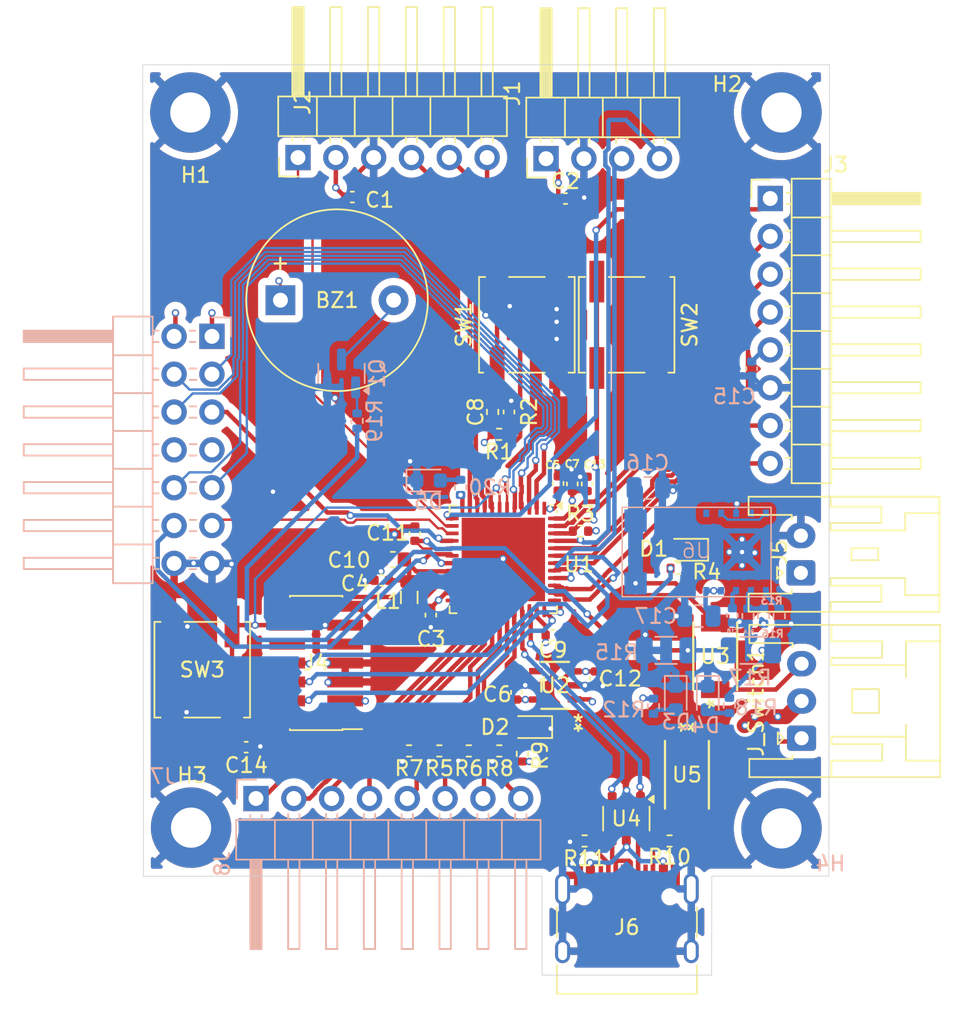
<source format=kicad_pcb>
(kicad_pcb (version 20241229) (generator "pcbnew") (generator_version "9.0")
  (layers (0 "F.Cu" signal) (4 "In1.Cu" signal "In1.Cu - GND") (6 "In2.Cu" signal "In2.Cu - Supply") (2 "B.Cu" signal) (13 "F.Paste" user) (15 "B.Paste" user) (5 "F.SilkS" user "F.Silkscreen") (7 "B.SilkS" user "B.Silkscreen") (1 "F.Mask" user) (3 "B.Mask" user) (25 "Edge.Cuts" user))
  (net 0 "")
  (net 1 "+5V")
  (net 2 "Net-(BZ1--)")
  (net 3 "GND")
  (net 4 "VCC")
  (net 5 "Net-(U3-Vcc)")
  (net 6 "5V_BUCK")
  (net 7 "+3.3V")
  (net 8 "/Alim/Charge_Batterie")
  (net 9 "/STM32/Bt_Button")
  (net 10 "/STM32/NRST")
  (net 11 "+3.3VA")
  (net 12 "Net-(D1-A)")
  (net 13 "Net-(D2-A)")
  (net 14 "Net-(D3-A)")
  (net 15 "Net-(D4-A)")
  (net 16 "Net-(D5-A)")
  (net 17 "/Modules/IRQ")
  (net 18 "/Modules/SPI1_SCK")
  (net 19 "/Modules/SPI1_Mosi")
  (net 20 "/Modules/SPI1_Miso")
  (net 21 "/Modules/RSTO")
  (net 22 "/Modules/SS")
  (net 23 "/Modules/KEY")
  (net 24 "/Modules/STATE")
  (net 25 "/Modules/ROW4")
  (net 26 "/Modules/Culomn4")
  (net 27 "/Modules/R0W1")
  (net 28 "/Modules/Culomn1")
  (net 29 "/Modules/ROW2")
  (net 30 "/Modules/ROW3")
  (net 31 "/Modules/Culomn3")
  (net 32 "/Modules/Culomn2")
  (net 33 "/Modules/I2C1_SCL")
  (net 34 "/Modules/I2C1_SDA")
  (net 35 "5V_USB")
  (net 36 "/STM32/D+")
  (net 38 "/STM32/D-")
  (net 40 "Net-(J8-CC1)")
  (net 41 "Net-(J8-CC2)")
  (net 42 "/STM32/USART3_TX")
  (net 44 "/STM32/SWO")
  (net 46 "/STM32/SWCLK")
  (net 47 "/STM32/SWDIO")
  (net 49 "/STM32/USART3_RX")
  (net 51 "Net-(J_Switch1-Pin_1)")
  (net 52 "Net-(J_Switch1-Pin_3)")
  (net 53 "Net-(Q2-B)")
  (net 54 "Net-(U3-FSW_1)")
  (net 55 "Net-(U3-FB)")
  (net 56 "/STM32/BOOT0")
  (net 57 "Net-(R7-Pad1)")
  (net 58 "/STM32/BUZZER")
  (net 59 "/STM32/BL_LED")
  (net 60 "/STM32/RFID_LED")
  (net 62 "Net-(U3-EN)")
  (net 65 "/STM32/Pb1")
  (net 66 "/STM32/PC13")
  (net 67 "/STM32/PC4")
  (net 68 "/STM32/PA7")
  (net 69 "/STM32/PC14")
  (net 70 "/STM32/PF1")
  (net 71 "/STM32/PC15")
  (net 72 "/STM32/PF0")
  (net 73 "/STM32/USB_D-")
  (net 74 "/STM32/USB_D+")
  (net 75 "/Modules/Bt_RXD")
  (net 76 "/Modules/Bt_TXD")
  (footprint "Button_Switch_SMD:SW_Push_1P1T_NO_CK_KSC6xxJ" (layer "F.Cu") (at 139.8 111.55 90)
    (property "Reference" "SW3")
    (property "Value" "SW_Push")
  )
  (footprint "Resistor_SMD:R_0402_1005Metric" (layer "F.Cu") (at 157.7 117 180)
    (property "Reference" "R6")
    (property "Value" "10K")
  )
  (footprint "Button_Switch_SMD:SW_Push_1P1T_NO_CK_KSC6xxJ" (layer "F.Cu") (at 161.6 88.4 -90)
    (property "Reference" "SW1")
    (property "Value" "SW_Push")
  )
  (footprint "Capacitor_SMD:C_0402_1005Metric" (layer "F.Cu") (at 155.15 107.88 -90)
    (property "Reference" "C3")
    (property "Value" "100n")
  )
  (footprint "LED_SMD:LED_0603_1608Metric" (layer "F.Cu") (at 161.8125 115.4 180)
    (property "Reference" "D2")
    (property "Value" "LED_Green")
  )
  (footprint "LED_SMD:LED_0603_1608Metric" (layer "F.Cu") (at 172.2875 103.5 180)
    (property "Reference" "D1")
    (property "Value" "LED Amber")
  )
  (footprint "Capacitor_SMD:C_0402_1005Metric" (layer "F.Cu") (at 163.7 99.05 90)
    (property "Reference" "C5")
    (property "Value" "100n")
  )
  (footprint "Capacitor_SMD:C_0402_1005Metric" (layer "F.Cu") (at 160.9 113.07 -90)
    (property "Reference" "C6")
    (property "Value" "1u")
  )
  (footprint "Capacitor_SMD:C_0402_1005Metric" (layer "F.Cu") (at 149.88 79.825)
    (property "Reference" "C1")
    (property "Value" "1u")
  )
  (footprint "Connector_USB:USB_C_Receptacle_HRO_TYPE-C-31-M-12" (layer "F.Cu") (at 168.32 129.395)
    (property "Reference" "J6")
    (property "Value" "USB_C_Receptacle_USB2.0")
  )
  (footprint "Connector_PinHeader_1.27mm:PinHeader_2x07_P1.27mm_Vertical_SMD" (layer "F.Cu") (at 147.45 111.1 180)
    (property "Reference" "J4")
    (property "Value" "Conn_ST_STDC14")
  )
  (footprint "Capacitor_SMD:C_0402_1005Metric" (layer "F.Cu") (at 164.65 99.08 90)
    (property "Reference" "C7")
    (property "Value" "100n")
  )
  (footprint "Capacitor_SMD:C_0402_1005Metric" (layer "F.Cu") (at 160.4 94.25 90)
    (property "Reference" "C8")
    (property "Value" "100n")
  )
  (footprint "Connector_JST:JST_XA_S02B-XASK-1_1x02_P2.50mm_Horizontal" (layer "F.Cu") (at 180 105.05 90)
    (property "Reference" "J5")
    (property "Value" "Conn_01x02")
  )
  (footprint "Resistor_SMD:R_0402_1005Metric" (layer "F.Cu") (at 165.2 102.25)
    (property "Reference" "R3")
    (property "Value" "10k")
  )
  (footprint "Connector_PinHeader_2.54mm:PinHeader_1x08_P2.54mm_Horizontal" (layer "F.Cu") (at 177.945 79.925)
    (property "Reference" "J3")
    (property "Value" "Conn_01x08")
  )
  (footprint "Resistor_SMD:R_0402_1005Metric" (layer "F.Cu") (at 161.3 117.2 90)
    (property "Reference" "R9")
    (property "Value" "510")
  )
  (footprint "Resistor_SMD:R_0402_1005Metric" (layer "F.Cu") (at 159.75 117 180)
    (property "Reference" "R8")
    (property "Value" "10K")
  )
  (footprint "Buzzer_Beeper:Buzzer_12x9.5RM7.6" (layer "F.Cu") (at 145.05 86.75)
    (property "Reference" "BZ1")
    (property "Value" "Buzzer")
  )
  (footprint "Connector_PinHeader_2.54mm:PinHeader_1x04_P2.54mm_Horizontal" (layer "F.Cu") (at 162.89 77.25 90)
    (property "Reference" "J1")
    (property "Value" "Conn_01x04")
  )
  (footprint "Capacitor_SMD:C_0402_1005Metric" (layer "F.Cu") (at 142.75 116.75 180)
    (property "Reference" "C14")
    (property "Value" "100n")
  )
  (footprint "MountingHole:MountingHole_2.7mm_M2.5_Pad" (layer "F.Cu") (at 178.7 122.2)
    (property "Reference" "H4")
    (property "Value" "MountingHole_Pad")
  )
  (footprint "Resistor_SMD:R_0402_1005Metric" (layer "F.Cu") (at 171.76 104.75)
    (property "Reference" "R4")
    (property "Value" "1k7")
  )
  (footprint "Resistor_SMD:R_0402_1005Metric" (layer "F.Cu") (at 153.69 117 180)
    (property "Reference" "R7")
    (property "Value" "10K")
  )
  (footprint "Resistor_SMD:R_0402_1005Metric" (layer "F.Cu") (at 159.3 94.25 -90)
    (property "Reference" "R2")
    (property "Value" "10k")
  )
  (footprint "Capacitor_SMD:C_0402_1005Metric" (layer "F.Cu") (at 165.65 99.08 90)
    (property "Reference" "C13")
    (property "Value" "4u7")
  )
  (footprint "Capacitor_SMD:C_0402_1005Metric" (layer "F.Cu") (at 151.85 105.55 180)
    (property "Reference" "C4")
    (property "Value" "100n")
  )
  (footprint "Capacitor_SMD:C_0402_1005Metric" (layer "F.Cu") (at 166.2 112.15 -90)
    (property "Reference" "C12")
    (property "Value" "1u")
  )
  (footprint "MountingHole:MountingHole_2.7mm_M2.5_Pad" (layer "F.Cu") (at 139.05 122.15)
    (property "Reference" "H3")
    (property "Value" "MountingHole_Pad")
  )
  (footprint "Package_TO_SOT_SMD:SOT-23-6" (layer "F.Cu") (at 168.28 121.545 -90)
    (property "Reference" "U4")
    (property "Value" "USBLC6-2SC6")
  )
  (footprint "Capacitor_SMD:C_0402_1005Metric" (layer "F.Cu") (at 163.34 109.23)
    (property "Reference" "C9")
    (property "Value" "100n")
  )
  (footprint "MountingHole:MountingHole_2.7mm_M2.5_Pad" (layer "F.Cu") (at 178.7 74.15)
    (property "Reference" "H2")
    (property "Value" "MountingHole_Pad")
  )
  (footprint "Resistor_SMD:R_0402_1005Metric" (layer "F.Cu") (at 155.72 117 180)
    (property "Reference" "R5")
    (property "Value" "10K")
  )
  (footprint "Inductor_SMD:L_0805_2012Metric" (layer "F.Cu") (at 153.7 106.7 90)
    (property "Reference" "L1")
    (property "Value" "39n")
  )
  (footprint "Schuttky:DO-214AD_ONS" (layer "F.Cu") (at 172.35 118.6 -90)
    (property "Reference" "U5")
    (property "Value" "FSV330AF")
  )
  (footprint "Resistor_SMD:R_0402_1005Metric" (layer "F.Cu") (at 159.74 95.75 180)
    (property "Reference" "R1")
    (property "Value" "10k")
  )
  (footprint "Resistor_SMD:R_0402_1005Metric" (layer "F.Cu") (at 171.18 123.045)
    (property "Reference" "R10")
    (property "Value" "5.1K")
  )
  (footprint "Package_DFN_QFN:QFN-48-1EP_7x7mm_P0.5mm_EP5.6x5.6mm" (layer "F.Cu") (at 160.02 104.15 -90)
    (property "Reference" "U1")
    (property "Value" "STM32G431CBUx")
  )
  (footprint "MountingHole:MountingHole_2.7mm_M2.5_Pad" (layer "F.Cu") (at 139 74.15)
    (property "Reference" "H1")
    (property "Value" "MountingHole_Pad")
  )
  (footprint "Resistor_SMD:R_0402_1005Metric" (layer "F.Cu") (at 165.48 123.045 180)
    (property "Reference" "R11")
    (property "Value" "5.1K")
  )
  (footprint "Button_Switch_SMD:SW_Push_1P1T_NO_CK_KSC6xxJ" (layer "F.Cu") (at 168.3 88.4 90)
    (property "Reference" "SW2")
    (property "Value" "SW_Push")
  )
  (footprint "Schuttky:DO-214AD_ONS" (layer "F.Cu") (at 174.25 110.65 90)
    (property "Reference" "U3")
    (property "Value" "FSV330AF")
  )
  (footprint "Capacitor_SMD:C_0603_1608Metric" (layer "F.Cu") (at 152.6 104.15 180)
    (property "Reference" "C10")
    (property "Value" "1u")
  )
  (footprint "Capacitor_SMD:C_0402_1005Metric" (layer "F.Cu") (at 154.08 102.42 90)
    (property "Reference" "C11")
    (property "Value" "100n")
  )
  (footprint "Connector_JST:JST_XA_S03B-XASK-1_1x03_P2.50mm_Horizontal" (layer "F.Cu") (at 180.05 116.15 90)
    (property "Reference" "J_Switch1")
    (property "Value" "Conn_01x03")
  )
  (footprint "footprints:SSOP5_ROM" (layer "F.Cu") (at 163.5 112.6 180)
    (property "Reference" "U2")
    (property "Value" "BU33SD5WG-TR")
  )
  (footprint "Connector_PinHeader_2.54mm:PinHeader_1x06_P2.54mm_Horizontal" (layer "F.Cu") (at 146.23 77.175 90)
    (property "Reference" "J2")
    (property "Value" "Conn_01x06")
  )
  (footprint "Capacitor_SMD:C_0402_1005Metric" (layer "F.Cu") (at 164.19 79.925)
    (property "Reference" "C2")
    (property "Value" "1u")
  )
  (footprint "Resistor_SMD:R_0402_1005Metric" (layer "B.Cu") (at 170.1 114 -90)
    (property "Reference" "R12")
    (property "Value" "1k7")
  )
  (footprint "Capacitor_SMD:C_0402_1005Metric" (layer "B.Cu") (at 176.7 91.35 -90)
    (property "Reference" "C15")
    (property "Value" "1u")
  )
  (footprint "Resistor_SMD:R_0402_1005Metric" (layer "B.Cu") (at 177.5 107.95 90)
    (property "Reference" "R13")
    (property "Value" "49k9")
  )
  (footprint "Resistor_SMD:R_0402_1005Metric" (layer "B.Cu") (at 157.15 99.31 90)
    (property "Reference" "R20")
    (property "Value" "1k7")
  )
  (footprint "Wurth_regulator_171013801:Wurth_171013801" (layer "B.Cu") (at 173 103.65 -90)
    (property "Reference" "U6")
    (property "Value" "171013801")
  )
  (footprint "LED_SMD:LED_0603_1608Metric" (layer "B.Cu") (at 171.6 113.45 -90)
    (property "Reference" "D3")
    (property "Value" "LED Yellow")
  )
  (footprint "Resistor_SMD:R_0402_1005Metric" (layer "B.Cu") (at 150.2 94.85 90)
    (property "Reference" "R19")
    (property "Value" "1K")
  )
  (footprint "Resistor_SMD:R_0402_1005Metric" (layer "B.Cu") (at 176.45 107.95 -90)
    (property "Reference" "R14")
    (property "Value" "10k")
  )
  (footprint "Capacitor_SMD:C_0805_2012Metric" (layer "B.Cu") (at 169.75 99.35)
    (property "Reference" "C16")
    (property "Value" "47u")
  )
  (footprint "Package_TO_SOT_SMD:SOT-23" (layer "B.Cu") (at 149.15 91.6625 90)
    (property "Reference" "Q1")
    (property "Value" "MMBT2222A")
  )
  (footprint "Resistor_SMD:R_1206_3216Metric" (layer "B.Cu") (at 170.95 110.25 180)
    (property "Reference" "R15")
    (property "Value" "68K")
  )
  (footprint "Connector_PinHeader_2.54mm:PinHeader_2x07_P2.54mm_Horizontal" (layer "B.Cu") (at 140.45 89.175 180)
    (property "Reference" "J7")
    (property "Value" "Conn_02x07_Odd_Even")
  )
  (footprint "Connector_PinHeader_2.54mm:PinHeader_1x08_P2.54mm_Horizontal" (layer "B.Cu") (at 143.41 120.195 -90)
    (property "Reference" "J8")
    (property "Value" "Conn_01x08")
  )
  (footprint "LED_SMD:LED_0603_1608Metric" (layer "B.Cu") (at 155 98.85)
    (property "Reference" "D5")
    (property "Value" "LED Blue")
  )
  (footprint "Resistor_SMD:R_0402_1005Metric" (layer "B.Cu") (at 178.55 107.95 -90)
    (property "Reference" "R16")
    (property "Value" "5k6")
  )
  (footprint "Resistor_SMD:R_1206_3216Metric" (layer "B.Cu") (at 176.65 110.25 180)
    (property "Reference" "R17")
    (property "Value" "168K")
  )
  (footprint "Capacitor_SMD:C_0805_2012Metric" (layer "B.Cu") (at 173.15 107.95 180)
    (property "Reference" "C17")
    (property "Value" "10u")
  )
  (footprint "Resistor_SMD:R_0402_1005Metric" (layer "B.Cu") (at 175.2 113.95 -90)
    (property "Reference" "R18")
    (property "Value" "R")
  )
  (footprint "LED_SMD:LED_0603_1608Metric" (layer "B.Cu") (at 173.75 113.45 -90)
    (property "Reference" "D4")
    (property "Value" "LED_Blue")
  )
  (footprint "Capacitor_SMD:C_0402_1005Metric" (layer "B.Cu") (at 175.4 107.9 -90)
    (property "Reference" "C18")
    (property "Value" "1u")
  )
  (gr_line (start 174.02 125.4) (end 181.88 125.4) (stroke (width 0.05)) (layer "Edge.Cuts"))
  (gr_line (start 174.01 132.045) (end 162.62 132.045) (stroke (width 0.05)) (layer "Edge.Cuts"))
  (gr_line (start 174.01 132.045) (end 174.02 125.4) (stroke (width 0.05)) (layer "Edge.Cuts"))
  (gr_line (start 181.92 70.95) (end 135.8 70.95) (stroke (width 0.05)) (layer "Edge.Cuts"))
  (gr_line (start 181.88 125.4) (end 181.92 70.95) (stroke (width 0.05)) (layer "Edge.Cuts"))
  (gr_line (start 162.62 125.4) (end 135.85 125.41) (stroke (width 0.05)) (layer "Edge.Cuts"))
  (gr_line (start 162.62 132.045) (end 162.62 125.4) (stroke (width 0.05)) (layer "Edge.Cuts"))
  (gr_line (start 135.8 70.95) (end 135.85 125.41) (stroke (width 0.05)) (layer "Edge.Cuts"))
  (segment (start 163.71 78.07) (end 163.71 78.87) (width 0.3) (layer "F.Cu") (net 1))
  (segment (start 164.0872 112.1331) (end 164.5601 111.6602) (width 0.3) (layer "F.Cu") (net 1))
  (segment (start 165.8398 113.5398) (end 166 113.7) (width 0.3) (layer "F.Cu") (net 1))
  (segment (start 164.7954 113.5398) (end 164.5601 113.5398) (width 0.3) (layer "F.Cu") (net 1))
  (segment (start 164.5601 111.6602) (end 164.7954 111.6602) (width 0.3) (layer "F.Cu") (net 1))
  (segment (start 164.5601 113.5398) (end 164.0872 113.0669) (width 0.3) (layer "F.Cu") (net 1))
  (segment (start 140.45 87.6) (end 140.45 89.175) (width 0.3) (layer "F.Cu") (net 1))
  (segment (start 166.2 111.67) (end 165.55 111.67) (width 0.3) (layer "F.Cu") (net 1))
  (segment (start 148.77 79.195) (end 149.4 79.825) (width 0.3) (layer "F.Cu") (net 1))
  (segment (start 148.77 77.175) (end 148.77 79.195) (width 0.3) (layer "F.Cu") (net 1))
  (segment (start 162.89 77.25) (end 163.71 78.07) (width 0.3) (layer "F.Cu") (net 1))
  (segment (start 176.8 114.7) (end 176.2 115.3) (width 1) (layer "F.Cu") (net 1))
  (segment (start 145.05 85.55) (end 144.95 85.45) (width 0.16) (layer "F.Cu") (net 1))
  (segment (start 145.05 86.75) (end 145.05 85.55) (width 0.16) (layer "F.Cu") (net 1))
  (segment (start 164.8052 111.67) (end 164.7954 111.6602) (width 0.3) (layer "F.Cu") (net 1))
  (segment (start 138 89.085) (end 137.91 89.175) (width 0.3) (layer "F.Cu") (net 1))
  (segment (start 178.45 114.7) (end 176.9 114.7) (width 1) (layer "F.Cu") (net 1))
  (segment (start 164.7954 113.5398) (end 165.8398 113.5398) (width 0.3) (layer "F.Cu") (net 1))
  (segment (start 138 87.6) (end 138 89.085) (width 0.3) (layer "F.Cu") (net 1))
  (segment (start 180.05 113.65) (end 179 114.7) (width 1) (layer "F.Cu") (net 1))
  (segment (start 163.71 79.925) (end 163.71 78.87) (width 0.3) (layer "F.Cu") (net 1))
  (segment (start 164.0872 113.0669) (end 164.0872 112.1331) (width 0.3) (layer "F.Cu") (net 1))
  (segment (start 179 114.7) (end 178.45 114.7) (width 1) (layer "F.Cu") (net 1))
  (segment (start 176.9 114.7) (end 176.8 114.7) (width 1) (layer "F.Cu") (net 1))
  (segment (start 165.55 111.67) (end 164.8052 111.67) (width 0.3) (layer "F.Cu") (net 1))
  (segment (start 176.2 115.3) (end 176.25 115.3) (width 1) (layer "F.Cu") (net 1))
  (via (at 176.9 114.7) (size 0.5) (drill 0.3) (layers "F.Cu" "B.Cu") (net 1))
  (via (at 165.55 111.67) (size 0.5) (drill 0.3) (layers "F.Cu" "B.Cu") (net 1))
  (via (at 166 113.7) (size 0.5) (drill 0.3) (layers "F.Cu" "B.Cu") (net 1))
  (via (at 169.4 113.45) (size 0.5) (drill 0.3) (layers "F.Cu" "B.Cu") (net 1))
  (via (at 176.25 115.3) (size 0.5) (drill 0.3) (layers "F.Cu" "B.Cu") (net 1))
  (via (at 178.45 114.7) (size 0.5) (drill 0.3) (layers "F.Cu" "B.Cu") (net 1))
  (via (at 138 87.6) (size 0.5) (drill 0.3) (layers "F.Cu" "B.Cu") (net 1))
  (via (at 140.45 87.6) (size 0.5) (drill 0.3) (layers "F.Cu" "B.Cu") (net 1))
  (via (at 163.71 78.87) (size 0.5) (drill 0.3) (layers "F.Cu" "B.Cu") (net 1))
  (via (at 144.95 85.45) (size 0.5) (drill 0.3) (layers "F.Cu" "B.Cu") (net 1))
  (via (at 148.77 79.195) (size 0.5) (drill 0.3) (layers "F.Cu" "B.Cu") (net 1))
  (segment (start 169.44 113.49) (end 169.4 113.45) (width 0.3) (layer "B.Cu") (net 1))
  (segment (start 177.485 90.085) (end 176.7 90.87) (width 0.3) (layer "B.Cu") (net 1))
  (segment (start 177.945 90.085) (end 177.485 90.085) (width 0.3) (layer "B.Cu") (net 1))
  (segment (start 170.1 113.49) (end 169.44 113.49) (width 0.3) (layer "B.Cu") (net 1))
  (segment (start 149.15 90.725) (end 152.65 87.225) (width 0.16) (layer "B.Cu") (net 2))
  (segment (start 152.65 87.225) (end 152.65 86.75) (width 0.16) (layer "B.Cu") (net 2))
  (segment (start 148.28 112.37) (end 148.25 112.4) (width 0.3) (layer "F.Cu") (net 3))
  (segment (start 150.36 78.125) (end 150.36 79.825) (width 0.3) (layer "F.Cu") (net 3))
  (segment (start 163.73 98.6) (end 163.7 98.57) (width 0.3) (layer "F.Cu") (net 3))
  (segment (start 143.65 116.75) (end 143.7 116.7) (width 0.3) (layer "F.Cu") (net 3))
  (segment (start 164.97 123.045) (end 164.555 123.045) (width 0.3) (layer "F.Cu") (net 3))
  (segment (start 162.6 115.4) (end 163.1 115.4) (width 0.3) (layer "F.Cu") (net 3))
  (segment (start 155.15 108.7) (end 155.15 108.36) (width 0.3) (layer "F.Cu") (net 3))
  (segment (start 150.7 105.54) (end 150.71 105.55) (width 0.3) (layer "F.Cu") (net 3))
  (segment (start 163.1 115.4) (end 163.2 115.5) (width 0.3) (layer "F.Cu") (net 3))
  (segment (start 160.4 93.65) (end 160.55 93.5) (width 0.3) (layer "F.Cu") (net 3))
  (segment (start 164.65 98.6) (end 164.65 98.15) (width 0.3) (layer "F.Cu") (net 3))
  (segment (start 166.22 102.25) (end 165.71 102.25) (width 0.3) (layer "F.Cu") (net 3))
  (segment (start 168.28 120.4075) (end 168.28 119.67) (width 0.3) (layer "F.Cu") (net 3))
  (segment (start 160.4 93.77) (end 160.4 93.65) (width 0.3) (layer "F.Cu") (net 3))
  (segment (start 148.06 108.56) (end 148.05 108.55) (width 0.3) (layer "F.Cu") (net 3))
  (segment (start 161.51 112.57) (end 161.49 112.59) (width 0.3) (layer "F.Cu") (net 3))
  (segment (start 171.57 125.35) (end 171.57 124.98) (width 0.3) (layer "F.Cu") (net 3))
  (segment (start 165.07 125.35) (end 165.07 124.97) (width 0.3) (layer "F.Cu") (net 3))
  (segment (start 163.7 97.95) (end 163.7 98.57) (width 0.3) (layer "F.Cu") (net 3))
  (segment (start 160.02 104.15) (end 160.02 104.12) (width 0.3) (layer "F.Cu") (net 3))
  (segment (start 137.8 108.65) (end 138.8 108.65) (width 0.3) (layer "F.Cu") (net 3))
  (segment (start 166.25 102.22) (end 166.22 102.25) (width 0.3) (layer "F.Cu") (net 3))
  (segment (start 165.07 124.97) (end 164.65 124.55) (width 0.3) (layer "F.Cu") (net 3))
  (segment (start 164.555 123.045) (end 164.5 123.1) (width 0.3) (layer "F.Cu") (net 3))
  (segment (start 153.18 117) (end 153.18 117.67) (width 0.3) (layer "F.Cu") (net 3))
  (segment (start 164.65 98.15) (end 164.6 98.1) (width 0.3) (layer "F.Cu") (net 3))
  (segment (start 159.24 117.68) (end 159.27 117.71) (width 0.3) (layer "F.Cu") (net 3))
  (segment (start 151.825 104.925) (end 151.8 104.95) (width 0.3) (layer "F.Cu") (net 3))
  (segment (start 165.18 98.6) (end 164.65 98.6) (width 0.3) (layer "F.Cu") (net 3))
  (segment (start 143.23 116.75) (end 143.65 116.75) (width 0.3) (layer "F.Cu") (net 3))
  (segment (start 157.19 117) (end 157.19 117.47) (width 0.3) (layer "F.Cu") (net 3))
  (segment (start 163.6 89.35) (end 163.6 88.2) (width 0.3) (layer "F.Cu") (net 3))
  (segment (start 165.65 98.6) (end 165.18 98.6) (width 0.3) (layer "F.Cu") (net 3))
  (segment (start 141.735 104.415) (end 141.77 104.45) (width 0.3) (layer "F.Cu") (net 3))
  (segment (start 163.6 88.2) (end 163.6 85.5) (width 0.3) (layer "F.Cu") (net 3))
  (segment (start 149.4 108.56) (end 148.06 108.56) (width 0.3) (layer "F.Cu") (net 3))
  (segment (start 166.2 112.63) (end 166.68 112.63) (width 0.3) (layer "F.Cu") (net 3))
  (segment (start 149.4 112.37) (end 148.28 112.37) (width 0.3) (layer "F.Cu") (net 3))
  (segment (start 164.7954 112.6) (end 165.5 112.6) (width 0.3) (layer "F.Cu") (net 3))
  (segment (start 151.31 77.175) (end 150.36 78.125) (width 0.3) (layer "F.Cu") (net 3))
  (segment (start 139.235 104.415) (end 139.22 104.4) (width 0.3) (layer "F.Cu") (net 3))
  (segment (start 166.68 112.63) (end 166.7 112.65) (width 0.3) (layer "F.Cu") (net 3))
  (segment (start 160.9 112.59) (end 161.49 112.59) (width 0.3) (layer "F.Cu") (net 3))
  (segment (start 140.45 104.415) (end 139.235 104.415) (width 0.3) (layer "F.Cu") (net 3))
  (segment (start 157.19 117.47) (end 157 117.66) (width 0.3) (layer "F.Cu") (net 3))
  (segment (start 160.02 104.12) (end 160 104.1) (width 0.3) (layer "F.Cu") (net 3))
  (segment (start 155.21 117) (end 155.21 117.51) (width 0.3) (layer "F.Cu") (net 3))
  (segment (start 137.8 114.45) (end 138.7 114.45) (width 0.3) (layer "F.Cu") (net 3))
  (segment (start 164.67 79.925) (end 165.385 79.925) (width 0.3) (layer "F.Cu") (net 3))
  (segment (start 153.23 101.94) (end 152.71 102.46) (width 0.3) (layer "F.Cu") (net 3))
  (segment (start 138.7 114.45) (end 138.75 114.4) (width 0.3) (layer "F.Cu") (net 3))
  (segment (start 153.18 117.67) (end 153.23 117.72) (width 0.3) (layer "F.Cu") (net 3))
  (segment (start 151.825 104.15) (end 151.825 104.925) (width 0.3) (layer "F.Cu") (net 3))
  (segment (start 163.6 91.3) (end 163.6 89.35) (width 0.3) (layer "F.Cu") (net 3))
  (segment (start 154.08 101.94) (end 153.23 101.94) (width 0.3) (layer "F.Cu") (net 3))
  (segment (start 150.71 105.55) (end 151.37 105.55) (width 0.3) (layer "F.Cu") (net 3))
  (segment (start 168.28 119.67) (end 168.3 119.65) (width 0.3) (layer "F.Cu") (net 3))
  (segment (start 159.24 117) (end 159.24 117.68) (width 0.3) (layer "F.Cu") (net 3))
  (segment (start 155.21 117.51) (end 155.02 117.7) (width 0.3) (layer "F.Cu") (net 3))
  (segment (start 165.385 79.925) (end 165.45 79.86) (width 0.3) (layer "F.Cu") (net 3))
  (segment (start 171.57 124.98) (end 171.95 124.6) (width 0.3) (layer "F.Cu") (net 3))
  (segment (start 140.45 104.415) (end 141.735 104.415) (width 0.3) (layer "F.Cu") (net 3))
  (segment (start 149.4 111.1) (end 148.2 111.1) (width 0.3) (layer "F.Cu") (net 3))
  (via (at 153.23 117.72) (size 0.5) (drill 0.3) (layers "F.Cu" "B.Cu") (net 3))
  (via (at 151.8 104.95) (size 0.5) (drill 0.3) (layers "F.Cu" "B.Cu") (net 3))
  (via (at 155.15 108.7) (size 0.5) (drill 0.3) (layers "F.Cu" "B.Cu") (net 3))
  (via (at 163.7 97.95) (size 0.5) (drill 0.3) (layers "F.Cu" "B.Cu") (net 3))
  (via (at 176.05 103.65) (size 0.5) (drill 0.3) (layers "F.Cu" "B.Cu") (net 3))
  (via (at 144.55 99.6) (size 0.5) (drill 0.3) (layers "F.Cu" "B.Cu") (net 3))
  (via (at 164.6 98.1) (size 0.5) (drill 0.3) (layers "F.Cu" "B.Cu") (net 3))
  (via (at 139.22 104.4) (size 0.5) (drill 0.3) (layers "F.Cu" "B.Cu") (net 3))
  (via (at 163.6 88.2) (size 0.5) (drill 0.3) (layers "F.Cu" "B.Cu") (net 3))
  (via (at 160 104.1) (size 0.5) (drill 0.3) (layers "F.Cu" "B.Cu") (net 3))
  (via (at 158.85 87.75) (size 0.5) (drill 0.3) (layers "F.Cu" "B.Cu") (net 3))
  (via (at 168.3 119.65) (size 0.5) (drill 0.3) (layers "F.Cu" "B.Cu") (net 3))
  (via (at 138.8 108.65) (size 0.5) (drill 0.3) (layers "F.Cu" "B.Cu") (net 3))
  (via (at 155.02 117.7) (size 0.5) (drill 0.3) (layers "F.Cu" "B.Cu") (net 3))
  (via (at 164.5 123.1) (size 0.5) (drill 0.3) (layers "F.Cu" "B.Cu") (net 3))
  (via (at 160.45 87.15) (size 0.5) (drill 0.3) (layers "F.Cu" "B.Cu") (net 3))
  (via (at 179.35 108.46) (size 0.5) (drill 0.3) (layers "F.Cu" "B.Cu") (net 3))
  (via (at 143.7 116.7) (size 0.5) (drill 0.3) (layers "F.Cu" "B.Cu") (net 3))
  (via (at 175.2 103.65) (size 0.5) (drill 0.3) (layers "F.Cu" "B.Cu") (net 3))
  (via (at 153.76 97.56) (size 0.5) (drill 0.3) (layers "F.Cu" "B.Cu") (net 3))
  (via (at 163.2 115.5) (size 0.5) (drill 0.3) (layers "F.Cu" "B.Cu") (net 3))
  (via (at 165.5 112.6) (size 0.5) (drill 0.3) (layers "F.Cu" "B.Cu") (net 3))
  (via (at 176.9 103.7) (size 0.5) (drill 0.3) (layers "F.Cu" "B.Cu") (net 3))
  (via (at 166.25 102.22) (size 0.5) (drill 0.3) (layers "F.Cu" "B.Cu") (net 3))
  (via (at 169.55 109.2) (size 0.5) (drill 0.3) (layers "F.Cu" "B.Cu") (net 3))
  (via (at 171.65 107.95) (size 0.5) (drill 0.3) (layers "F.Cu" "B.Cu") (net 3))
  (via (at 138.75 114.4) (size 0.5) (drill 0.3) (layers "F.Cu" "B.Cu") (net 3))
  (via (at 166.7 112.65) (size 0.5) (drill 0.3) (layers "F.Cu" "B.Cu") (net 3))
  (via (at 176.05 102.8) (size 0.5) (drill 0.3) (layers "F.Cu" "B.Cu") (net 3))
  (via (at 163.6 89.35) (size 0.5) (drill 0.3) (layers "F.Cu" "B.Cu") (net 3))
  (via (at 150.7 105.54) (size 0.5) (drill 0.3) (layers "F.Cu" "B.Cu") (net 3))
  (via (at 175.7 100.4) (size 0.5) (drill 0.3) (layers "F.Cu" "B.Cu") (net 3))
  (via (at 175.88 108.33) (size 0.5) (drill 0.3) (layers "F.Cu" "B.Cu") (net 3))
  (via (at 141.77 104.45) (size 0.5) (drill 0.3) (layers "F.Cu" "B.Cu") (net 3))
  (via (at 171.95 124.6) (size 0.5) (drill 0.3) (layers "F.Cu" "B.Cu") (net 3))
  (via (at 176.05 104.55) (size 0.5) (drill 0.3) (layers "F.Cu" "B.Cu") (net 3))
  (via (at 159.27 117.71) (size 0.5) (drill 0.3) (layers "F.Cu" "B.Cu") (net 3))
  (via (at 157 117.66) (size 0.5) (drill 0.3) (layers "F.Cu" "B.Cu") (net 3))
  (via (at 161.49 112.59) (size 0.5) (drill 0.3) (layers "F.Cu" "B.Cu") (net 3))
  (via (at 165.45 79.86) (size 0.5) (drill 0.3) (layers "F.Cu" "B.Cu") (net 3))
  (via (at 148.05 108.55) (size 0.5) (drill 0.3) (layers "F.Cu" "B.Cu") (net 3))
  (via (at 165.18 98.6) (size 0.5) (drill 0.3) (layers "F.Cu" "B.Cu") (net 3))
  (via (at 148.71 93.32) (size 0.5) (drill 0.3) (layers "F.Cu" "B.Cu") (net 3))
  (via (at 148.25 112.4) (size 0.5) (drill 0.3) (layers "F.Cu" "B.Cu") (net 3))
  (via (at 152.71 102.46) (size 0.5) (drill 0.3) (layers "F.Cu" "B.Cu") (net 3))
  (via (at 171.41 99.52) (size 0.5) (drill 0.3) (layers "F.Cu" "B.Cu") (net 3))
  (via (at 148.2 111.1) (size 0.5) (drill 0.3) (layers "F.Cu" "B.Cu") (net 3))
  (via (at 164.65 124.55) (size 0.5) (drill 0.3) (layers "F.Cu" "B.Cu") (net 3))
  (via (at 160.55 93.5) (size 0.5) (drill 0.3) (layers "F.Cu" "B.Cu") (net 3))
  (via (at 163.6 87.35) (size 0.5) (drill 0.3) (layers "F.Cu" "B.Cu") (net 3))
  (segment (start 172.2 107.95) (end 171.65 107.95) (width 0.3) (layer "B.Cu") (net 3))
  (segment (start 175.48 108.46) (end 175.4 108.38) (width 0.3) (layer "B.Cu") (net 3))
  (segment (start 177.945 92.625) (end 177.495 92.625) (width 0.3) (layer "B.Cu") (net 3))
  (segment (start 175.75 108.46) (end 175.48 108.46) (width 0.3) (layer "B.Cu") (net 3))
  (segment (start 178.55 108.46) (end 179.35 108.46) (width 0.3) (layer "B.Cu") (net 3))
  (segment (start 171.6 112.6625) (end 171.6 112.3625) (width 0.3) (layer "B.Cu") (net 3))
  (segment (start 171.6 112.3625) (end 169.4875 110.25) (width 0.3) (layer "B.Cu") (net 3))
  (segment (start 176.05 103.65) (end 176.85 103.65) (width 0.16) (layer "B.Cu") (net 3))
  (segment (start 154.2125 98.85) (end 154.2125 98.0125) (width 0.3) (layer "B.Cu") (net 3))
  (segment (start 171.41 99.51) (end 171.25 99.35) (width 0.3) (layer "B.Cu") (net 3))
  (segment (start 175.88 108.33) (end 175.75 108.46) (width 0.3) (layer "B.Cu") (net 3))
  (segment (start 148.71 93.32) (end 148.2 92.81) (width 0.16) (layer "B.Cu") (net 3))
  (segment (start 175.65 101.05) (end 175.65 100.45) (width 0.16) (layer "B.Cu") (net 3))
  (segment (start 177.495 92.625) (end 176.7 91.83) (width 0.3) (layer "B.Cu") (net 3))
  (segment (start 169.4875 109.2625) (end 169.55 109.2) (width 0.3) (layer "B.Cu") (net 3))
  (segment (start 175.65 100.45) (end 175.7 100.4) (width 0.16) (layer "B.Cu") (net 3))
  (segment (start 173.75 112.6625) (end 171.6 112.6625) (width 0.3) (layer "B.Cu") (net 3))
  (segment (start 171.25 99.35) (end 170.7 99.35) (width 0.3) (layer "B.Cu") (net 3))
  (segment (start 171.41 99.52) (end 171.41 99.51) (width 0.3) (layer "B.Cu") (net 3))
  (segment (start 176.01 108.46) (end 175.88 108.33) (width 0.3) (layer "B.Cu") (net 3))
  (segment (start 176.45 108.46) (end 176.01 108.46) (width 0.3) (layer "B.Cu") (net 3))
  (segment (start 154.2125 98.0125) (end 153.76 97.56) (width 0.3) (layer "B.Cu") (net 3))
  (segment (start 169.4875 110.25) (end 169.4875 109.2625) (width 0.3) (layer "B.Cu") (net 3))
  (segment (start 176.05 103.65) (end 176.05 104.55) (width 0.16) (layer "B.Cu") (net 3))
  (segment (start 176.05 103.65) (end 176.05 102.8) (width 0.16) (layer "B.Cu") (net 3))
  (segment (start 148.2 92.81) (end 148.2 92.6) (width 0.16) (layer "B.Cu") (net 3))
  (segment (start 176.05 103.65) (end 175.2 103.65) (width 0.16) (layer "B.Cu") (net 3))
  (segment (start 176.85 103.65) (end 176.9 103.7) (width 0.16) (layer "B.Cu") (net 3))
  (via (at 177.4 110.25) (size 0.5) (drill 0.3) (layers "F.Cu" "B.Cu") (net 4))
  (via (at 174.15 106.25) (size 0.5) (drill 0.3) (layers "F.Cu" "B.Cu") (net 4))
  (segment (start 173.6 107.45) (end 173.6 106.3) (width 0.3) (layer "B.Cu") (net 4))
  (segment (start 174.1 107.95) (end 173.6 107.45) (width 0.3) (layer "B.Cu") (net 4))
  (segment (start 174.65 106.25) (end 173.65 106.25) (width 0.3) (layer "B.Cu") (net 4))
  (segment (start 178.1125 110.25) (end 177.4 110.25) (width 0.3) (layer "B.Cu") (net 4))
  (segment (start 175.2 113.44) (end 175.2 113.1625) (width 0.3) (layer "B.Cu") (net 4))
  (segment (start 173.6 106.3) (end 173.65 106.25) (width 0.3) (layer "B.Cu") (net 4))
  (segment (start 175.2 113.1625) (end 178.1125 110.25) (width 0.3) (layer "B.Cu") (net 4))
  (segment (start 175.4 106.5) (end 175.65 106.25) (width 0.3) (layer "B.Cu") (net 5))
  (segment (start 175.4 107.42) (end 175.4 106.5) (width 0.3) (layer "B.Cu") (net 5))
  (segment (start 176.097166 108.936) (end 176.147066 108.8861) (width 0.3) (layer "F.Cu") (net 6))
  (segment (start 174.25 108.4164) (end 174.7197 108.8861) (width 0.3) (layer "F.Cu") (net 6))
  (segment (start 175.702834 108.936) (end 176.097166 108.936) (width 0.3) (layer "F.Cu") (net 6))
  (segment (start 175.652934 108.8861) (end 175.702834 108.936) (width 0.3) (layer "F.Cu") (net 6))
  (segment (start 174.25 108.4164) (end 174.6874 107.979) (width 0.16) (layer "F.Cu") (net 6))
  (segment (start 174.7197 108.8861) (end 175.652934 108.8861) (width 0.3) (layer "F.Cu") (net 6))
  (segment (start 174.25 108.4164) (end 171.5836 105.75) (width 0.3) (layer "F.Cu") (net 6))
  (segment (start 176.147066 108.8861) (end 177.0739 108.8861) (width 0.3) (layer "F.Cu") (net 6))
  (segment (start 177.0739 108.8861) (end 177.5 108.46) (width 0.3) (layer "F.Cu") (net 6))
  (segment (start 171.5836 105.75) (end 168.9 105.75) (width 0.3) (layer "F.Cu") (net 6))
  (via (at 168.9 105.75) (size 0.5) (drill 0.3) (layers "F.Cu" "B.Cu") (net 6))
  (via (at 177.5 108.46) (size 0.5) (drill 0.3) (layers "F.Cu" "B.Cu") (net 6))
  (segment (start 168.9 105.75) (end 168.9 104.25) (width 1) (layer "B.Cu") (net 6))
  (segment (start 168.9 100.4) (end 168.9 99.45) (width 1) (layer "B.Cu") (net 6))
  (segment (start 168.9 99.45) (end 168.8 99.35) (width 1) (layer "B.Cu") (net 6))
  (segment (start 168.9 101.55) (end 168.9 100.4) (width 1) (layer "B.Cu") (net 6))
  (segment (start 177.5 108.3) (end 177.35 108.15) (width 0.3) (layer "B.Cu") (net 6))
  (segment (start 168.9 104.25) (end 168.9 101.55) (width 1) (layer "B.Cu") (net 6))
  (segment (start 177.5 108.46) (end 177.5 108.3) (width 0.3) (layer "B.Cu") (net 6))
  (segment (start 163.35 100.75) (end 163.7 100.4) (width 0.3) (layer "F.Cu") (net 7))
  (segment (start 165.65 99.56) (end 164.65 99.56) (width 0.3) (layer "F.Cu") (net 7))
  (segment (start 162.86 109.23) (end 162.86 109.73) (width 0.3) (layer "F.Cu") (net 7))
  (segment (start 164.65 99.56) (end 164.65 100.853272) (width 0.3) (layer "F.Cu") (net 7))
  (segment (start 162.79 108.54) (end 162.6 108.35) (width 0.3) (layer "F.Cu") (net 7))
  (segment (start 162.27 108.02) (end 162.27 107.5875) (width 0.3) (layer "F.Cu") (net 7))
  (segment (start 162.2046 113.5525) (end 160.9025 113.5525) (width 0.3) (layer "F.Cu") (net 7))
  (segment (start 156.15 106.4) (end 156.5825 106.4) (width 0.3) (layer "F.Cu") (net 7))
  (segment (start 163.7 99.53) (end 163.7 100.1) (width 0.3) (layer "F.Cu") (net 7))
  (segment (start 159.23 95.82) (end 158.75 96.3) (width 0.16) (layer "F.Cu") (net 7))
  (segment (start 155.15 107.4) (end 156.15 106.4) (width 0.3) (layer "F.Cu") (net 7))
  (segment (start 162.6 108.35) (end 162.27 108.02) (width 0.3) (layer "F.Cu") (net 7))
  (segment (start 164.65 100.853272) (end 164.906462 100.853272) (width 0.3) (layer "F.Cu") (net 7))
  (segment (start 170.3 91.3) (end 170.3 85.5) (width 0.3) (layer "F.Cu") (net 7))
  (segment (start 161.8 117.75) (end 161.76 117.71) (width 0.3) (layer "F.Cu") (net 7))
  (segment (start 153.7 107.7625) (end 154.7875 107.7625) (width 0.3) (layer "F.Cu") (net 7))
  (segment (start 161.3 117.71) (end 161.76 117.71) (width 0.3) (layer "F.Cu") (net 7))
  (segment (start 149.4 113.64) (end 150.74 113.64) (width 0.3) (layer "F.Cu") (net 7))
  (segment (start 162.86 108.61) (end 162.86 109.23) (width 0.3) (layer "F.Cu") (net 7))
  (segment (start 163.7 100.1) (end 163.7 99.95) (width 0.3) (layer "F.Cu") (net 7))
  (segment (start 154.7875 107.7625) (end 155.15 107.4) (width 0.3) (layer "F.Cu") (net 7))
  (segment (start 159.23 95.75) (end 159.23 95.82) (width 0.16) (layer "F.Cu") (net 7))
  (segment (start 166.190133 100.249867) (end 170.3 96.14) (width 0.3) (layer "F.Cu") (net 7))
  (segment (start 160.9025 113.5525) (end 160.9 113.55) (width 0.3) (layer "F.Cu") (net 7))
  (segment (start 163.4575 101.4) (end 164.103272 101.4) (width 0.3) (layer "F.Cu") (net 7))
  (segment (start 162.79 108.54) (end 162.86 108.61) (width 0.3) (layer "F.Cu") (net 7))
  (segment (start 165.486734 100.273) (end 166.213266 100.273) (width 0.3) (layer "F.Cu") (net 7))
  (segment (start 162.77 100.7125) (end 162.8075 100.75) (width 0.16) (layer "F.Cu") (net 7))
  (segment (start 162.8075 100.75) (end 163.35 100.75) (width 0.3) (layer "F.Cu") (net 7))
  (segment (start 166.213266 100.273) (end 166.190133 100.249867) (width 0.3) (layer "F.Cu") (net 7))
  (segment (start 150.74 113.64) (end 150.75 113.65) (width 0.3) (layer "F.Cu") (net 7))
  (segment (start 170.3 96.14) (end 170.3 91.3) (width 0.3) (layer "F.Cu") (net 7))
  (segment (start 164.65 100.853272) (end 164.103272 101.4) (width 0.3) (layer "F.Cu") (net 7))
  (segment (start 163.7 100.4) (end 163.7 100.1) (width 0.3) (layer "F.Cu") (net 7))
  (segment (start 164.906462 100.853272) (end 165.486734 100.273) (width 0.3) (layer "F.Cu") (net 7))
  (via (at 163.15 100.75) (size 0.5) (drill 0.3) (layers "F.Cu" "B.Cu") (net 7))
  (via (at 164.65 100.2) (size 0.5) (drill 0.3) (layers "F.Cu" "B.Cu") (net 7))
  (via (at 161.5 113.5525) (size 0.5) (drill 0.3) (layers "F.Cu" "B.Cu") (net 7))
  (via (at 155.675 106.875) (size 0.5) (drill 0.3) (layers "F.Cu" "B.Cu") (net 7))
  (via (at 150.75 113.65) (size 0.5) (drill 0.3) (layers "F.Cu" "B.Cu") (net 7))
  (via (at 161.76 117.71) (size 0.5) (drill 0.3) (layers "F.Cu" "B.Cu") (net 7))
  (via (at 162.86 109.73) (size 0.5) (drill 0.3) (layers "F.Cu" "B.Cu") (net 7))
  (via (at 158.75 96.3) (size 0.5) (drill 0.3) (layers "F.Cu" "B.Cu") (net 7))
  (segment (start 154.09 102.91) (end 154.08 102.9) (width 0.3) (layer "F.Cu") (net 8))
  (segment (start 154.88 102.91) (end 154.09 102.91) (width 0.3) (layer "F.Cu") (net 8))
  (segment (start 168.1 110.25) (end 172.4125 110.25) (width 0.3) (layer "F.Cu") (net 8))
  (segment (start 156.5225 103.42) (end 154.6 103.42) (width 0.16) (layer "F.Cu") (net 8))
  (segment (start 156.5425 103.44) (end 156.5225 103.42) (width 0.16) (layer "F.Cu") (net 8))
  (segment (start 165.655 107.805) (end 168.1 110.25) (width 0.3) (layer "F.Cu") (net 8))
  (segment (start 154.6 103.42) (end 154.08 102.9) (width 0.16) (layer "F.Cu") (net 8))
  (via (at 165.655 107.805) (size 0.5) (drill 0.3) (layers "F.Cu" "B.Cu") (net 8))
  (via (at 172.4125 110.25) (size 0.5) (drill 0.3) (layers "F.Cu" "B.Cu") (net 8))
  (via (at 154.88 102.91) (size 0.5) (drill 0.3) (layers "F.Cu" "B.Cu") (net 8))
  (segment (start 164.127 106.277) (end 165.655 107.805) (width 0.3) (layer "B.Cu") (net 8))
  (segment (start 160.125 103.4) (end 163.002 106.277) (width 0.3) (layer "B.Cu") (net 8))
  (segment (start 154.950266 102.91) (end 154.88 102.91) (width 0.3) (layer "B.Cu") (net 8))
  (segment (start 175.1875 110.25) (end 172.4125 110.25) (width 0.3) (layer "B.Cu") (net 8))
  (segment (start 163.002 106.277) (end 164.127 106.277) (width 0.3) (layer "B.Cu") (net 8))
  (segment (start 156.529232 103.4) (end 156.478232 103.451) (width 0.3) (layer "B.Cu") (net 8))
  (segment (start 154.88 102.91) (end 155.145 103.175) (width 0.3) (layer "B.Cu") (net 8))
  (segment (start 172.4125 110.25) (end 172.4 110.25) (width 0.3) (layer "B.Cu") (net 8))
  (segment (start 155.491266 103.451) (end 154.950266 102.91) (width 0.3) (layer "B.Cu") (net 8))
  (segment (start 156.529232 103.4) (end 160.125 103.4) (width 0.3) (layer "B.Cu") (net 8))
  (segment (start 156.478232 103.451) (end 155.491266 103.451) (width 0.3) (layer "B.Cu") (net 8))
  (segment (start 160.26 94.87) (end 160.26 95.94) (width 0.3) (layer "F.Cu") (net 9))
  (segment (start 160.37 94.76) (end 160.4 94.73) (width 0.3) (layer "F.Cu") (net 9))
  (segment (start 158.572 97.628) (end 158.572 97.672) (width 0.3) (layer "F.Cu") (net 9))
  (segment (start 158.671 99.9329) (end 158.77 100.0319) (width 0.3) (layer "F.Cu") (net 9))
  (segment (start 160.26 95.94) (end 158.572 97.628) (width 0.3) (layer "F.Cu") (net 9))
  (segment (start 160.4 94.73) (end 160.26 94.87) (width 0.3) (layer "F.Cu") (net 9))
  (segment (start 158.572 99.8339) (end 158.671 99.9329) (width 0.3) (layer "F.Cu") (net 9))
  (segment (start 159.3 94.76) (end 160.37 94.76) (width 0.3) (layer "F.Cu") (net 9))
  (segment (start 158.572 97.672) (end 158.572 99.8339) (width 0.3) (layer "F.Cu") (net 9))
  (segment (start 158.77 100.0319) (end 158.77 100.7125) (width 0.3) (layer "F.Cu") (net 9))
  (segment (start 141.8 114.45) (end 141.8 108.65) (width 0.3) (layer "F.Cu") (net 10))
  (segment (start 142.27 116.75) (end 142.27 114.92) (width 0.3) (layer "F.Cu") (net 10))
  (segment (start 159.55 99.5) (end 159.55 99.35) (width 0.16) (layer "F.Cu") (net 10))
  (segment (start 159.77 99.72) (end 159.55 99.5) (width 0.16) (layer "F.Cu") (net 10))
  (segment (start 142.27 114.92) (end 141.8 114.45) (width 0.3) (layer "F.Cu") (net 10))
  (segment (start 159.77 100.7125) (end 159.77 99.72) (width 0.16) (layer "F.Cu") (net 10))
  (segment (start 141.89 108.56) (end 141.8 108.65) (width 0.3) (layer "F.Cu") (net 10))
  (segment (start 145.5 108.56) (end 141.89 108.56) (width 0.3) (layer "F.Cu") (net 10))
  (via (at 143.35 108.56) (size 0.5) (drill 0.3) (layers "F.Cu" "B.Cu") (net 10))
  (via (at 159.55 99.35) (size 0.5) (drill 0.3) (layers "F.Cu" "B.Cu") (net 10))
  (segment (start 158.231 100.669) (end 148.156829 100.669) (width 0.16) (layer "B.Cu") (net 10))
  (segment (start 143.35 105.475829) (end 143.35 108.56) (width 0.16) (layer "B.Cu") (net 10))
  (segment (start 148.156829 100.669) (end 143.35 105.475829) (width 0.16) (layer "B.Cu") (net 10))
  (segment (start 159.55 99.35) (end 158.231 100.669) (width 0.16) (layer "B.Cu") (net 10))
  (segment (start 153.375 104.15) (end 154.175 104.95) (width 0.3) (layer "F.Cu") (net 11))
  (segment (start 154.175 104.95) (end 156.5325 104.95) (width 0.3) (layer "F.Cu") (net 11))
  (segment (start 153.6125 105.55) (end 153.7 105.6375) (width 0.3) (layer "F.Cu") (net 11))
  (segment (start 153.7 104.475) (end 153.375 104.15) (width 0.3) (layer "F.Cu") (net 11))
  (segment (start 156.5325 104.95) (end 156.5825 104.9) (width 0.3) (layer "F.Cu") (net 11))
  (segment (start 152.33 105.55) (end 153.6125 105.55) (width 0.3) (layer "F.Cu") (net 11))
  (segment (start 153.7 105.6375) (end 153.7 104.475) (width 0.3) (layer "F.Cu") (net 11))
  (segment (start 153.9375 105.4) (end 156.5825 105.4) (width 0.3) (layer "F.Cu") (net 11))
  (segment (start 153.7 105.6375) (end 153.9375 105.4) (width 0.3) (layer "F.Cu") (net 11))
  (segment (start 157.15 98.8) (end 155.77 98.8) (width 0.3) (layer "B.Cu") (net 12))
  (segment (start 172.27 104.75) (end 172.27 104.27) (width 0.3) (layer "F.Cu") (net 13))
  (segment (start 172.27 104.27) (end 171.5 103.5) (width 0.3) (layer "F.Cu") (net 13))
  (segment (start 171.6 114.2375) (end 170.3725 114.2375) (width 0.3) (layer "B.Cu") (net 14))
  (segment (start 170.3725 114.2375) (end 170.1 114.51) (width 0.3) (layer "B.Cu") (net 14))
  (segment (start 175.2 114.46) (end 173.9725 114.46) (width 0.3) (layer "B.Cu") (net 15))
  (segment (start 173.9725 114.46) (end 173.75 114.2375) (width 0.3) (layer "B.Cu") (net 15))
  (segment (start 161.3 115.675) (end 161.025 115.4) (width 0.3) (layer "F.Cu") (net 16))
  (segment (start 161.3 116.69) (end 161.3 115.675) (width 0.3) (layer "F.Cu") (net 16))
  (segment (start 163.964088 106.024) (end 163.6486 106.024) (width 0.3) (layer "F.Cu") (net 17))
  (segment (start 165.91 106.14) (end 164.3541 106.14) (width 0.3) (layer "F.Cu") (net 17))
  (segment (start 174.345 97.705) (end 167.201 104.849) (width 0.3) (layer "F.Cu") (net 17))
  (segment (start 164.3121 106.098) (end 164.038088 106.098) (width 0.3) (layer "F.Cu") (net 17))
  (segment (start 166.849 105.171768) (end 166.849 105.201) (width 0.3) (layer "F.Cu") (net 17))
  (segment (start 163.6486 106.024) (end 163.6236 105.999) (width 0.3) (layer "F.Cu") (net 17))
  (segment (start 167.201 104.849) (end 167.171768 104.849) (width 0.3) (layer "F.Cu") (net 17))
  (segment (start 163.6236 105.999) (end 163.5565 105.999) (width 0.3) (layer "F.Cu") (net 17))
  (segment (start 163.5565 105.999) (end 163.4575 105.9) (width 0.3) (layer "F.Cu") (net 17))
  (segment (start 177.945 97.705) (end 174.345 97.705) (width 0.3) (layer "F.Cu") (net 17))
  (segment (start 164.3541 106.14) (end 164.3121 106.098) (width 0.3) (layer "F.Cu") (net 17))
  (segment (start 164.038088 106.098) (end 163.964088 106.024) (width 0.3) (layer "F.Cu") (net 17))
  (segment (start 166.849 105.201) (end 165.91 106.14) (width 0.3) (layer "F.Cu") (net 17))
  (segment (start 167.171768 104.849) (end 166.849 105.171768) (width 0.3) (layer "F.Cu") (net 17))
  (segment (start 156.5825 101.4) (end 156.5 101.4) (width 0.3) (layer "F.Cu") (net 18))
  (segment (start 166.25 82.05) (end 167.65 80.65) (width 0.3) (layer "F.Cu") (net 18))
  (segment (start 156.5 101.4) (end 156.25 101.15) (width 0.3) (layer "F.Cu") (net 18))
  (segment (start 167.65 80.65) (end 177.22 80.65) (width 0.3) (layer "F.Cu") (net 18))
  (segment (start 177.22 80.65) (end 177.945 79.925) (width 0.3) (layer "F.Cu") (net 18))
  (via (at 156.25 101.15) (size 0.5) (drill 0.3) (layers "F.Cu" "B.Cu") (net 18))
  (via (at 166.25 82.05) (size 0.5) (drill 0.3) (layers "F.Cu" "B.Cu") (net 18))
  (segment (start 163.149 97.651) (end 166.25 94.55) (width 0.3) (layer "B.Cu") (net 18))
  (segment (start 166.25 94.55) (end 166.25 82.05) (width 0.3) (layer "B.Cu") (net 18))
  (segment (start 161.122768 101.15) (end 163.149 99.123768) (width 0.3) (layer "B.Cu") (net 18))
  (segment (start 163.149 99.123768) (end 163.149 97.651) (width 0.3) (layer "B.Cu") (net 18))
  (segment (start 156.25 101.15) (end 161.122768 101.15) (width 0.3) (layer "B.Cu") (net 18))
  (segment (start 175.651 93.239) (end 171.565966 97.324034) (width 0.3) (layer "F.Cu") (net 19))
  (segment (start 171.565966 98.2881) (end 171.331066 98.523) (width 0.3) (layer "F.Cu") (net 19))
  (segment (start 170.423 99.497768) (end 166.020768 103.9) (width 0.3) (layer "F.Cu") (net 19))
  (segment (start 171.331066 98.523) (end 170.936734 98.523) (width 0.3) (layer "F.Cu") (net 19))
  (segment (start 170.423 99.036734) (end 170.423 99.497768) (width 0.3) (layer "F.Cu") (net 19))
  (segment (start 170.936734 98.523) (end 170.423 99.036734) (width 0.3) (layer "F.Cu") (net 19))
  (segment (start 171.565966 97.324034) (end 171.565966 98.2881) (width 0.3) (layer "F.Cu") (net 19))
  (segment (start 177.945 87.545) (end 175.651 89.839) (width 0.3) (layer "F.Cu") (net 19))
  (segment (start 166.020768 103.9) (end 163.4575 103.9) (width 0.3) (layer "F.Cu") (net 19))
  (segment (start 175.651 89.839) (end 175.651 93.239) (width 0.3) (layer "F.Cu") (net 19))
  (segment (start 170.859184 99.63235) (end 166.091534 104.4) (width 0.3) (layer "F.Cu") (net 20))
  (segment (start 171.102834 98.924) (end 170.824 99.202834) (width 0.3) (layer "F.Cu") (net 20))
  (segment (start 177.945 95.165) (end 175.326534 95.165) (width 0.3) (layer "F.Cu") (net 20))
  (segment (start 175.326534 95.165) (end 171.53235 98.959184) (width 0.3) (layer "F.Cu") (net 20))
  (segment (start 178.265 95.165) (end 178.35 95.25) (width 0.3) (layer "F.Cu") (net 20))
  (segment (start 166.091534 104.4) (end 163.4575 104.4) (width 0.3) (layer "F.Cu") (net 20))
  (segment (start 170.824 99.202834) (end 170.824 99.597166) (width 0.3) (layer "F.Cu") (net 20))
  (segment (start 171.497166 98.924) (end 171.102834 98.924) (width 0.3) (layer "F.Cu") (net 20))
  (segment (start 170.824 99.597166) (end 170.859184 99.63235) (width 0.3) (layer "F.Cu") (net 20))
  (segment (start 164.170372 101.9) (end 164.391372 101.679) (width 0.3) (layer "F.Cu") (net 21))
  (segment (start 165.473417 100.853417) (end 164.6939 101.632934) (width 0.3) (layer "F.Cu") (net 21))
  (segment (start 174.762 92.318) (end 174.762 85.648) (width 0.3) (layer "F.Cu") (net 21))
  (segment (start 164.6939 101.632934) (end 164.6939 101.679) (width 0.3) (layer "F.Cu") (net 21))
  (segment (start 163.4575 101.9) (end 164.170372 101.9) (width 0.3) (layer "F.Cu") (net 21))
  (segment (start 164.391372 101.679) (end 164.6939 101.679) (width 0.3) (layer "F.Cu") (net 21))
  (segment (start 174.762 85.648) (end 177.945 82.465) (width 0.3) (layer "F.Cu") (net 21))
  (segment (start 166.226583 100.853417) (end 165.473417 100.853417) (width 0.3) (layer "F.Cu") (net 21))
  (segment (start 166.226583 100.853417) (end 174.762 92.318) (width 0.3) (layer "F.Cu") (net 21))
  (segment (start 175.25 92.69) (end 171.164966 96.775034) (width 0.3) (layer "F.Cu") (net 22))
  (segment (start 175.25 87.65) (end 175.25 92.69) (width 0.3) (layer "F.Cu") (net 22))
  (segment (start 170.770634 98.122) (end 170.022 98.870634) (width 0.3) (layer "F.Cu") (net 22))
  (segment (start 170.022 99.331668) (end 165.953668 103.4) (width 0.3) (layer "F.Cu") (net 22))
  (segment (start 165.953668 103.4) (end 163.4575 103.4) (width 0.3) (layer "F.Cu") (net 22))
  (segment (start 171.164966 98.122) (end 170.770634 98.122) (width 0.3) (layer "F.Cu") (net 22))
  (segment (start 177.895 85.005) (end 175.25 87.65) (width 0.3) (layer "F.Cu") (net 22))
  (segment (start 171.164966 96.775034) (end 171.164966 98.122) (width 0.3) (layer "F.Cu") (net 22))
  (segment (start 177.945 85.005) (end 177.895 85.005) (width 0.3) (layer "F.Cu") (net 22))
  (segment (start 170.022 98.870634) (end 170.022 99.331668) (width 0.3) (layer "F.Cu") (net 22))
  (segment (start 161.15 84.65) (end 161.15 95.9) (width 0.3) (layer "F.Cu") (net 23))
  (segment (start 161.15 95.9) (end 158.973 98.077) (width 0.3) (layer "F.Cu") (net 23))
  (segment (start 158.973 98.077) (end 158.973 99.6678) (width 0.3) (layer "F.Cu") (net 23))
  (segment (start 158.973 99.6678) (end 159 99.6948) (width 0.3) (layer "F.Cu") (net 23))
  (segment (start 159.072 99.7668) (end 159.171 99.8658) (width 0.3) (layer "F.Cu") (net 23))
  (segment (start 159.171 100.198) (end 159.171 100.6135) (width 0.3) (layer "F.Cu") (net 23))
  (segment (start 159 99.6948) (end 159.072 99.7668) (width 0.3) (layer "F.Cu") (net 23))
  (segment (start 159.171 100.6135) (end 159.27 100.7125) (width 0.3) (layer "F.Cu") (net 23))
  (segment (start 159.171 99.8658) (end 159.171 100.198) (width 0.3) (layer "F.Cu") (net 23))
  (segment (start 158.93 82.43) (end 161.15 84.65) (width 0.3) (layer "F.Cu") (net 23))
  (segment (start 158.93 77.175) (end 158.93 82.43) (width 0.3) (layer "F.Cu") (net 23))
  (segment (start 156.145001 101.9) (end 147.206 92.960999) (width 0.16) (layer "F.Cu") (net 24))
  (segment (start 156.5825 101.9) (end 156.145001 101.9) (width 0.16) (layer "F.Cu") (net 24))
  (segment (start 147.206 92.960999) (end 147.206 81.206) (width 0.16) (layer "F.Cu") (net 24))
  (segment (start 146.23 80.23) (end 146.23 77.175) (width 0.16) (layer "F.Cu") (net 24))
  (segment (start 147.206 81.206) (end 146.23 80.23) (width 0.16) (layer "F.Cu") (net 24))
  (segment (start 151.03 117.5719) (end 151.03 120.195) (width 0.3) (layer "F.Cu") (net 25))
  (segment (start 158.77 109.8319) (end 151.03 117.5719) (width 0.3) (layer "F.Cu") (net 25))
  (segment (start 158.77 107.5875) (end 158.77 109.8319) (width 0.3) (layer "F.Cu") (net 25))
  (segment (start 160.749 107.971768) (end 160.77 107.950768) (width 0.3) (layer "F.Cu") (net 26))
  (segment (start 160.26 111.19) (end 160.77 110.68) (width 0.3) (layer "F.Cu") (net 26))
  (segment (start 160.77 110.68) (end 160.77 108.449232) (width 0.3) (layer "F.Cu") (net 26))
  (segment (start 161.19 120.195) (end 160.26 119.265) (width 0.3) (layer "F.Cu") (net 26))
  (segment (start 160.749 108.428232) (end 160.749 107.971768) (width 0.3) (layer "F.Cu") (net 26))
  (segment (start 160.77 108.449232) (end 160.749 108.428232) (width 0.3) (layer "F.Cu") (net 26))
  (segment (start 160.26 117) (end 160.26 111.19) (width 0.3) (layer "F.Cu") (net 26))
  (segment (start 160.26 119.265) (end 160.26 117) (width 0.3) (layer "F.Cu") (net 26))
  (segment (start 160.77 107.950768) (end 160.77 107.5875) (width 0.3) (layer "F.Cu") (net 26))
  (segment (start 157.27 107.5875) (end 157.27 109.3629) (width 0.3) (layer "F.Cu") (net 27))
  (segment (start 143.855 120.195) (end 143.41 120.195) (width 0.3) (layer "F.Cu") (net 27))
  (segment (start 145.6 118.45) (end 143.855 120.195) (width 0.3) (layer "F.Cu") (net 27))
  (segment (start 157.27 109.3629) (end 148.1829 118.45) (width 0.3) (layer "F.Cu") (net 27))
  (segment (start 148.1829 118.45) (end 145.6 118.45) (width 0.3) (layer "F.Cu") (net 27))
  (segment (start 154.2 117) (end 157.8 113.4) (width 0.3) (layer "F.Cu") (net 28))
  (segment (start 153.57 120.195) (end 154.2 119.565) (width 0.3) (layer "F.Cu") (net 28))
  (segment (start 157.8 111.369) (end 159.27 109.899) (width 0.3) (layer "F.Cu") (net 28))
  (segment (start 159.27 109.899) (end 159.27 107.5875) (width 0.3) (layer "F.Cu") (net 28))
  (segment (start 157.8 113.4) (end 157.8 111.369) (width 0.3) (layer "F.Cu") (net 28))
  (segment (start 154.2 119.565) (end 154.2 117) (width 0.3) (layer "F.Cu") (net 28))
  (segment (start 148.106 119.094) (end 148.03395 119.094) (width 0.3) (layer "F.Cu") (net 29))
  (segment (start 157.77 109.43) (end 148.106 119.094) (width 0.3) (layer "F.Cu") (net 29))
  (segment (start 147.005 120.195) (end 145.95 120.195) (width 0.3) (layer "F.Cu") (net 29))
  (segment (start 147.389 119.73895) (end 147.389 119.811) (width 0.3) (layer "F.Cu") (net 29))
  (segment (start 147.389 119.811) (end 147.005 120.195) (width 0.3) (layer "F.Cu") (net 29))
  (segment (start 148.03395 119.094) (end 147.389 119.73895) (width 0.3) (layer "F.Cu") (net 29))
  (segment (start 157.77 107.5875) (end 157.77 109.43) (width 0.3) (layer "F.Cu") (net 29))
  (segment (start 158.27 107.5875) (end 158.27 109.7648) (width 0.3) (layer "F.Cu") (net 30))
  (segment (start 148.49 119.5448) (end 148.49 120.195) (width 0.3) (layer "F.Cu") (net 30))
  (segment (start 158.27 109.7648) (end 148.49 119.5448) (width 0.3) (layer "F.Cu") (net 30))
  (segment (start 158.719 117.05) (end 158.719 112.131) (width 0.3) (layer "F.Cu") (net 31))
  (segment (start 158.21 117) (end 158.669 117) (width 0.3) (layer "F.Cu") (net 31))
  (segment (start 160.27 110.58) (end 160.27 107.5875) (width 0.3) (layer "F.Cu") (net 31))
  (segment (start 158.65 120.195) (end 158.719 120.126) (width 0.3) (layer "F.Cu") (net 31))
  (segment (start 158.719 120.126) (end 158.719 117.05) (width 0.3) (layer "F.Cu") (net 31))
  (segment (start 158.719 112.131) (end 160.27 110.58) (width 0.3) (layer "F.Cu") (net 31))
  (segment (start 158.669 117) (end 158.719 117.05) (width 0.3) (layer "F.Cu") (net 31))
  (segment (start 158.318 114.592001) (end 158.318 111.632) (width 0.3) (layer "F.Cu") (net 32))
  (segment (start 156.11 117.12) (end 156.23 117) (width 0.3) (layer "F.Cu") (net 32))
  (segment (start 159.77 110.18) (end 159.77 107.5875) (width 0.3) (layer "F.Cu") (net 32))
  (segment (start 156.23 117) (end 156.23 116.680001) (width 0.3) (layer "F.Cu") (net 32))
  (segment (start 158.318 111.632) (end 159.77 110.18) (width 0.3) (layer "F.Cu") (net 32))
  (segment (start 156.23 116.680001) (end 158.318 114.592001) (width 0.3) (layer "F.Cu") (net 32))
  (segment (start 156.11 120.195) (end 156.11 117.12) (width 0.3) (layer "F.Cu") (net 32))
  (segment (start 165.13 102.9) (end 163.4575 102.9) (width 0.3) (layer "F.Cu") (net 33))
  (segment (start 165.2 102.83) (end 165.13 102.9) (width 0.3) (layer "F.Cu") (net 33))
  (via (at 165.2 102.83) (size 0.5) (drill 0.3) (layers "F.Cu" "B.Cu") (net 33))
  (segment (start 166.869 76.79395) (end 167.08 76.58295) (width 0.3) (layer "B.Cu") (net 33))
  (segment (start 167.08 102.22) (end 167.08 77.91705) (width 0.3) (layer "B.Cu") (net 33))
  (segment (start 167.08 77.91705) (end 166.869 77.70605) (width 0.3) (layer "B.Cu") (net 33))
  (segment (start 167.08 76.58295) (end 167.08 74.72) (width 0.3) (layer "B.Cu") (net 33))
  (segment (start 170.51 76.91) (end 170.51 77.25) (width 0.3) (layer "B.Cu") (net 33))
  (segment (start 165.38 103.01) (end 166.29 103.01) (width 0.3) (layer "B.Cu") (net 33))
  (segment (start 167.15 74.65) (end 168.25 74.65) (width 0.3) (layer "B.Cu") (net 33))
  (segment (start 167.08 74.72) (end 167.15 74.65) (width 0.3) (layer "B.Cu") (net 33))
  (segment (start 166.29 103.01) (end 167.08 102.22) (width 0.3) (layer "B.Cu") (net 33))
  (segment (start 168.25 74.65) (end 170.51 76.91) (width 0.3) (layer "B.Cu") (net 33))
  (segment (start 165.2 102.83) (end 165.38 103.01) (width 0.3) (layer "B.Cu") (net 33))
  (segment (start 166.869 77.70605) (end 166.869 76.79395) (width 0.3) (layer "B.Cu") (net 33))
  (segment (start 167.4 105.4) (end 167.26 105.4) (width 0.3) (layer "F.Cu") (net 34))
  (segment (start 164.73 106.84) (end 164.72 106.83) (width 0.3) (layer "F.Cu") (net 34))
  (segment (start 164.146 106.499) (end 163.5565 106.499) (width 0.3) (layer "F.Cu") (net 34))
  (segment (start 164.146 106.83) (end 164.146 106.499) (width 0.3) (layer "F.Cu") (net 34))
  (segment (start 167.26 105.4) (end 166.39 106.27) (width 0.3) (layer "F.Cu") (net 34))
  (segment (start 163.5565 106.499) (end 163.4575 106.4) (width 0.3) (layer "F.Cu") (net 34))
  (segment (start 166.39 106.28) (end 165.83 106.84) (width 0.3) (layer "F.Cu") (net 34))
  (segment (start 165.83 106.84) (end 164.73 106.84) (width 0.3) (layer "F.Cu") (net 34))
  (segment (start 164.72 106.83) (end 164.146 106.83) (width 0.3) (layer "F.Cu") (net 34))
  (segment (start 166.39 106.27) (end 166.39 106.28) (width 0.3) (layer "F.Cu") (net 34))
  (via (at 167.4 105.4) (size 0.5) (drill 0.3) (layers "F.Cu" "B.Cu") (net 34))
  (segment (start 166.698 103.998) (end 164.255668 103.998) (width 0.3) (layer "B.Cu") (net 34))
  (segment (start 163.65 104.55) (end 164.75 103.45) (width 0.3) (layer "B.Cu") (net 34))
  (segment (start 167.48 102.42) (end 167.48 77.74) (width 0.3) (layer "B.Cu") (net 34))
  (segment (start 164.75 103.45) (end 166.45 103.45) (width 0.3) (layer "B.Cu") (net 34))
  (segment (start 164.255668 103.998) (end 163.65 104.603668) (width 0.3) (layer "B.Cu") (net 34))
  (segment (start 167.4 105.4) (end 167.75 105.05) (width 0.3) (layer "B.Cu") (net 34))
  (segment (start 163.65 104.603668) (end 163.65 104.55) (width 0.3) (layer "B.Cu") (net 34))
  (segment (start 167.75 105.05) (end 166.698 103.998) (width 0.3) (layer "B.Cu") (net 34))
  (segment (start 166.45 103.45) (end 167.48 102.42) (width 0.3) (layer "B.Cu") (net 34))
  (segment (start 167.48 77.74) (end 167.97 77.25) (width 0.3) (layer "B.Cu") (net 34))
  (segment (start 165.87 126.027) (end 166.57 126.727) (width 0.3) (layer "F.Cu") (net 35))
  (segment (start 165.87 125.35) (end 165.87 126.027) (width 0.3) (layer "F.Cu") (net 35))
  (segment (start 165.87 125.35) (end 165.87 124.52) (width 0.3) (layer "F.Cu") (net 35))
  (segment (start 170.77 124.42) (end 170.75 124.4) (width 0.3) (layer "F.Cu") (net 35))
  (segment (start 166.57 126.727) (end 170.07 126.727) (width 0.3) (layer "F.Cu") (net 35))
  (segment (start 168.3 122.7025) (end 168.28 122.6825) (width 0.3) (layer "F.Cu") (net 35))
  (segment (start 170.77 125.35) (end 170.77 124.42) (width 0.3) (layer "F.Cu") (net 35))
  (segment (start 165.87 124.52) (end 165.85 124.5) (width 0.3) (layer "F.Cu") (net 35))
  (segment (start 170.77 126.027) (end 170.77 125.35) (width 0.3) (layer "F.Cu") (net 35))
  (segment (start 168.28 122.492262) (end 169.938662 120.8336) (width 0.16) (layer "F.Cu") (net 35))
  (segment (start 168.28 122.6825) (end 168.28 122.492262) (width 0.16) (layer "F.Cu") (net 35))
  (segment (start 169.938662 120.8336) (end 172.35 120.8336) (width 0.16) (layer "F.Cu") (net 35))
  (segment (start 170.07 126.727) (end 170.77 126.027) (width 0.3) (layer "F.Cu") (net 35))
  (segment (start 168.3 123.45) (end 168.3 122.7025) (width 0.3) (layer "F.Cu") (net 35))
  (via (at 165.85 124.5) (size 0.5) (drill 0.3) (layers "F.Cu" "B.Cu") (net 35))
  (via (at 168.3 123.45) (size 0.5) (drill 0.3) (layers "F.Cu" "B.Cu") (net 35))
  (via (at 170.75 124.4) (size 0.5) (drill 0.3) (layers "F.Cu" "B.Cu") (net 35))
  (segment (start 167.25 124.5) (end 168.3 123.45) (width 0.3) (layer "B.Cu") (net 35))
  (segment (start 169.25 124.4) (end 168.3 123.45) (width 0.3) (layer "B.Cu") (net 35))
  (segment (start 165.85 124.5) (end 167.25 124.5) (width 0.3) (layer "B.Cu") (net 35))
  (segment (start 170.75 124.4) (end 169.25 124.4) (width 0.3) (layer "B.Cu") (net 35))
  (segment (start 169.07 122.8425) (end 169.23 122.6825) (width 0.3) (layer "F.Cu") (net 36))
  (segment (start 168.07 126.227) (end 168.169 126.326) (width 0.3) (layer "F.Cu") (net 36))
  (segment (start 168.07 125.35) (end 168.07 126.227) (width 0.3) (layer "F.Cu") (net 36))
  (segment (start 169.07 126.227) (end 169.07 125.35) (width 0.3) (layer "F.Cu") (net 36))
  (segment (start 169.07 125.35) (end 169.07 122.8425) (width 0.3) (layer "F.Cu") (net 36))
  (segment (start 168.971 126.326) (end 169.07 126.227) (width 0.3) (layer "F.Cu") (net 36))
  (segment (start 168.169 126.326) (end 168.971 126.326) (width 0.3) (layer "F.Cu") (net 36))
  (segment (start 168.471 124.374) (end 168.57 124.473) (width 0.3) (layer "F.Cu") (net 38))
  (segment (start 167.57 124.473) (end 167.33 124.233) (width 0.3) (layer "F.Cu") (net 38))
  (segment (start 167.57 125.35) (end 167.57 124.473) (width 0.3) (layer "F.Cu") (net 38))
  (segment (start 167.669 124.374) (end 168.471 124.374) (width 0.3) (layer "F.Cu") (net 38))
  (segment (start 167.57 124.473) (end 167.669 124.374) (width 0.3) (layer "F.Cu") (net 38))
  (segment (start 168.57 124.473) (end 168.57 125.35) (width 0.3) (layer "F.Cu") (net 38))
  (segment (start 167.33 124.233) (end 167.33 122.6825) (width 0.3) (layer "F.Cu") (net 38))
  (segment (start 167.07 125.35) (end 167.07 124.5401) (width 0.3) (layer "F.Cu") (net 40))
  (segment (start 167.07 124.5401) (end 165.99 123.4601) (width 0.3) (layer "F.Cu") (net 40))
  (segment (start 165.99 123.4601) (end 165.99 123.045) (width 0.3) (layer "F.Cu") (net 40))
  (segment (start 170.07 123.645) (end 170.67 123.045) (width 0.3) (layer "F.Cu") (net 41))
  (segment (start 170.07 125.35) (end 170.07 123.645) (width 0.3) (layer "F.Cu") (net 41))
  (segment (start 150.202 107.29) (end 149.4 107.29) (width 0.3) (layer "F.Cu") (net 42))
  (segment (start 155.85 109.35) (end 152.262 109.35) (width 0.3) (layer "F.Cu") (net 42))
  (segment (start 156.5825 108.6175) (end 155.85 109.35) (width 0.3) (layer "F.Cu") (net 42))
  (segment (start 152.262 109.35) (end 150.202 107.29) (width 0.3) (layer "F.Cu") (net 42))
  (segment (start 156.5825 106.9) (end 156.5825 108.6175) (width 0.3) (layer "F.Cu") (net 42))
  (segment (start 165.121 104.801) (end 163.5565 104.801) (width 0.3) (layer "F.Cu") (net 44))
  (segment (start 146.95 111.1) (end 147 111.15) (width 0.3) (layer "F.Cu") (net 44))
  (segment (start 165.27 104.95) (end 165.121 104.801) (width 0.3) (layer "F.Cu") (net 44))
  (segment (start 163.5565 104.801) (end 163.4575 104.9) (width 0.3) (layer "F.Cu") (net 44))
  (segment (start 145.5 111.1) (end 146.95 111.1) (width 0.3) (layer "F.Cu") (net 44))
  (via (at 165.27 104.95) (size 0.5) (drill 0.3) (layers "F.Cu" "B.Cu") (net 44))
  (via (at 147 111.15) (size 0.5) (drill 0.3) (layers "F.Cu" "B.Cu") (net 44))
  (segment (start 147.601 110.549) (end 147 111.15) (width 0.3) (layer "B.Cu") (net 44))
  (segment (start 167.01 106.56) (end 167.01 107.32) (width 0.3) (layer "B.Cu") (net 44))
  (segment (start 164.198 107.148) (end 162.366428 107.148) (width 0.3) (layer "B.Cu") (net 44))
  (segment (start 165.4 104.95) (end 167.01 106.56) (width 0.3) (layer "B.Cu") (net 44))
  (segment (start 167.01 107.32) (end 165.69 108.64) (width 0.3) (layer "B.Cu") (net 44))
  (segment (start 165.27 104.95) (end 165.4 104.95) (width 0.3) (layer "B.Cu") (net 44))
  (segment (start 162.366428 107.148) (end 158.965428 110.549) (width 0.3) (layer "B.Cu") (net 44))
  (segment (start 165.69 108.64) (end 164.198 107.148) (width 0.3) (layer "B.Cu") (net 44))
  (segment (start 158.965428 110.549) (end 147.601 110.549) (width 0.3) (layer "B.Cu") (net 44))
  (segment (start 163.85 107.2925) (end 163.4575 106.9) (width 0.3) (layer "F.Cu") (net 46))
  (segment (start 146.98 112.37) (end 147 112.35) (width 0.3) (layer "F.Cu") (net 46))
  (segment (start 145.5 112.37) (end 146.98 112.37) (width 0.3) (layer "F.Cu") (net 46))
  (segment (start 163.85 107.699) (end 163.85 107.2925) (width 0.3) (layer "F.Cu") (net 46))
  (via (at 163.85 107.699) (size 0.5) (drill 0.3) (layers "F.Cu" "B.Cu") (net 46))
  (via (at 147 112.35) (size 0.5) (drill 0.3) (layers "F.Cu" "B.Cu") (net 46))
  (segment (start 158.232528 111.849) (end 162.382528 107.699) (width 0.3) (layer "B.Cu") (net 46))
  (segment (start 147.501 111.849) (end 158.232528 111.849) (width 0.3) (layer "B.Cu") (net 46))
  (segment (start 162.382528 107.699) (end 163.85 107.699) (width 0.3) (layer "B.Cu") (net 46))
  (segment (start 147 112.35) (end 147.501 111.849) (width 0.3) (layer "B.Cu") (net 46))
  (segment (start 146.91 113.64) (end 146.95 113.6) (width 0.3) (layer "F.Cu") (net 47))
  (segment (start 145.5 113.64) (end 146.91 113.64) (width 0.3) (layer "F.Cu") (net 47))
  (segment (start 163.3 108.25) (end 163.3 108.1175) (width 0.3) (layer "F.Cu") (net 47))
  (segment (start 163.3 108.1175) (end 162.77 107.5875) (width 0.3) (layer "F.Cu") (net 47))
  (via (at 146.95 113.6) (size 0.5) (drill 0.3) (layers "F.Cu" "B.Cu") (net 47))
  (via (at 163.3 108.25) (size 0.5) (drill 0.3) (layers "F.Cu" "B.Cu") (net 47))
  (segment (start 162.714931 108.935069) (end 163.3 108.35) (width 0.3) (layer "B.Cu") (net 47))
  (segment (start 161.782093 108.935069) (end 162.714931 108.935069) (width 0.3) (layer "B.Cu") (net 47))
  (segment (start 147.451 113.099) (end 157.618162 113.099) (width 0.3) (layer "B.Cu") (net 47))
  (segment (start 163.3 108.35) (end 163.3 108.25) (width 0.3) (layer "B.Cu") (net 47))
  (segment (start 157.618162 113.099) (end 161.782093 108.935069) (width 0.3) (layer "B.Cu") (net 47))
  (segment (start 146.95 113.6) (end 147.451 113.099) (width 0.3) (layer "B.Cu") (net 47))
  (segment (start 155.6 105.9) (end 156.5825 105.9) (width 0.3) (layer "F.Cu") (net 49))
  (segment (start 146.121 106.669) (end 154.831 106.669) (width 0.3) (layer "F.Cu") (net 49))
  (segment (start 156.181896 105.9) (end 156.5825 105.9) (width 0.16) (layer "F.Cu") (net 49))
  (segment (start 154.831 106.669) (end 155.6 105.9) (width 0.3) (layer "F.Cu") (net 49))
  (segment (start 145.5 107.29) (end 146.121 106.669) (width 0.3) (layer "F.Cu") (net 49))
  (segment (start 179.6336 116.3664) (end 172.35 116.3664) (width 0.3) (layer "F.Cu") (net 51))
  (segment (start 179.7 115.8) (end 180.05 116.15) (width 0.3) (layer "F.Cu") (net 51))
  (segment (start 179.85 116.15) (end 179.6336 116.3664) (width 0.3) (layer "F.Cu") (net 51))
  (segment (start 180.05 116.15) (end 179.85 116.15) (width 0.3) (layer "F.Cu") (net 51))
  (segment (start 174.25 112.8836) (end 178.3164 112.8836) (width 0.3) (layer "F.Cu") (net 52))
  (segment (start 178.3164 112.8836) (end 180.05 111.15) (width 0.3) (layer "F.Cu") (net 52))
  (segment (start 150.2 94.29) (end 150.2 92.7) (width 0.16) (layer "B.Cu") (net 53))
  (segment (start 150.19 94.3) (end 150.2 94.29) (width 0.16) (layer "B.Cu") (net 53))
  (segment (start 150.2 92.7) (end 150.1 92.6) (width 0.16) (layer "B.Cu") (net 53))
  (segment (start 177.65 106.54) (end 178.55 107.44) (width 0.3) (layer "B.Cu") (net 54))
  (segment (start 177.65 106.25) (end 177.65 106.54) (width 0.3) (layer "B.Cu") (net 54))
  (segment (start 177.5 107.44) (end 176.45 107.44) (width 0.3) (layer "B.Cu") (net 55))
  (segment (start 176.45 106.45) (end 176.65 106.25) (width 0.3) (layer "B.Cu") (net 55))
  (segment (start 176.45 107.44) (end 176.45 106.45) (width 0.3) (layer "B.Cu") (net 55))
  (segment (start 166.1 101.5) (end 165.44 101.5) (width 0.3) (layer "F.Cu") (net 56))
  (segment (start 165.44 101.5) (end 164.69 102.25) (width 0.3) (layer "F.Cu") (net 56))
  (segment (start 164.2 102.4) (end 164.54 102.4) (width 0.3) (layer "F.Cu") (net 56))
  (segment (start 166.3 97.75) (end 166.3 91.3) (width 0.3) (layer "F.Cu") (net 56))
  (segment (start 163.4575 102.4) (end 164.2 102.4) (width 0.3) (layer "F.Cu") (net 56))
  (segment (start 166.2 97.85) (end 166.3 97.75) (width 0.3) (layer "F.Cu") (net 56))
  (segment (start 166.3 91.3) (end 166.3 85.5) (width 0.3) (layer "F.Cu") (net 56))
  (segment (start 166.2 97.95) (end 166.2 97.85) (width 0.3) (layer "F.Cu") (net 56))
  (via (at 166.2 97.95) (size 0.5) (drill 0.3) (layers "F.Cu" "B.Cu") (net 56))
  (via (at 166.1 101.5) (size 0.5) (drill 0.3) (layers "F.Cu" "B.Cu") (net 56))
  (segment (start 166.1 101.5) (end 166.1 100.9) (width 0.3) (layer "B.Cu") (net 56))
  (segment (start 166.349 100.651) (end 166.349 98.149) (width 0.3) (layer "B.Cu") (net 56))
  (segment (start 166.1 100.9) (end 166.349 100.651) (width 0.3) (layer "B.Cu") (net 56))
  (segment (start 166.349 98.149) (end 166.2 98) (width 0.3) (layer "B.Cu") (net 56))
  (segment (start 166.2 98) (end 166.2 97.95) (width 0.3) (layer "B.Cu") (net 56))
  (segment (start 159.6 91.3) (end 159.6 85.5) (width 0.3) (layer "F.Cu") (net 57))
  (segment (start 159.6 91.3) (end 159.6 93.44) (width 0.3) (layer "F.Cu") (net 57))
  (segment (start 159.6 93.44) (end 159.3 93.74) (width 0.3) (layer "F.Cu") (net 57))
  (segment (start 155.85 104.4) (end 156.5825 104.4) (width 0.3) (layer "F.Cu") (net 58))
  (via (at 155.85 104.4) (size 0.5) (drill 0.3) (layers "F.Cu" "B.Cu") (net 58))
  (segment (start 142.799 108.788232) (end 142.799 104.701) (width 0.3) (layer "B.Cu") (net 58))
  (segment (start 148.1 109.55) (end 143.560768 109.55) (width 0.3) (layer "B.Cu") (net 58))
  (segment (start 142.799 104.701) (end 150.2 97.3) (width 0.3) (layer "B.Cu") (net 58))
  (segment (start 155.85 104.376834) (end 155.123166 103.65) (width 0.3) (layer "B.Cu") (net 58))
  (segment (start 154 103.65) (end 148.1 109.55) (width 0.3) (layer "B.Cu") (net 58))
  (segment (start 143.560768 109.55) (end 142.799 108.788232) (width 0.3) (layer "B.Cu") (net 58))
  (segment (start 155.123166 103.65) (end 154 103.65) (width 0.3) (layer "B.Cu") (net 58))
  (segment (start 155.85 104.4) (end 155.85 104.376834) (width 0.3) (layer "B.Cu") (net 58))
  (segment (start 150.2 97.3) (end 150.2 95.36) (width 0.3) (layer "B.Cu") (net 58))
  (segment (start 157.27 99.94) (end 157.15 99.82) (width 0.3) (layer "F.Cu") (net 59))
  (segment (start 157.27 100.7125) (end 157.27 99.94) (width 0.3) (layer "F.Cu") (net 59))
  (via (at 157.15 99.82) (size 0.5) (drill 0.3) (layers "F.Cu" "B.Cu") (net 59))
  (segment (start 163.4575 105.4) (end 164.56 105.4) (width 0.3) (layer "F.Cu") (net 60))
  (via (at 171.25 104.75) (size 0.5) (drill 0.3) (layers "F.Cu" "B.Cu") (net 60))
  (via (at 164.56 105.4) (size 0.5) (drill 0.3) (layers "F.Cu" "B.Cu") (net 60))
  (segment (start 165.547 104.399) (end 167.899 106.751) (width 0.3) (layer "B.Cu") (net 60))
  (segment (start 164.731 104.399) (end 165.547 104.399) (width 0.3) (layer "B.Cu") (net 60))
  (segment (start 167.899 106.751) (end 169.901 106.751) (width 0.3) (layer "B.Cu") (net 60))
  (segment (start 164.56 104.57) (end 164.731 104.399) (width 0.3) (layer "B.Cu") (net 60))
  (segment (start 169.901 106.751) (end 171.25 105.402) (width 0.3) (layer "B.Cu") (net 60))
  (segment (start 164.56 105.4) (end 164.56 104.57) (width 0.3) (layer "B.Cu") (net 60))
  (segment (start 171.25 105.402) (end 171.25 104.75) (width 0.3) (layer "B.Cu") (net 60))
  (segment (start 174.65 101.05) (end 175.081 101.481) (width 0.16) (layer "B.Cu") (net 62))
  (segment (start 177.219 101.481) (end 177.65 101.05) (width 0.16) (layer "B.Cu") (net 62))
  (segment (start 175.081 101.481) (end 177.219 101.481) (width 0.16) (layer "B.Cu") (net 62))
  (segment (start 156.4825 103.8) (end 156.5825 103.9) (width 0.3) (layer "F.Cu") (net 65))
  (segment (start 155.08 103.8) (end 156.4825 103.8) (width 0.3) (layer "F.Cu") (net 65))
  (segment (start 154.65 104.23) (end 155.08 103.8) (width 0.3) (layer "F.Cu") (net 65))
  (via (at 154.65 104.23) (size 0.5) (drill 0.3) (layers "F.Cu" "B.Cu") (net 65))
  (segment (start 154.17 104.23) (end 148.4 110) (width 0.3) (layer "B.Cu") (net 65))
  (segment (start 136.809 104.87105) (end 136.809 102.976) (width 0.3) (layer "B.Cu") (net 65))
  (segment (start 154.65 104.23) (end 154.17 104.23) (width 0.3) (layer "B.Cu") (net 65))
  (segment (start 148.4 110) (end 141.93795 110) (width 0.3) (layer "B.Cu") (net 65))
  (segment (start 141.93795 110) (end 136.809 104.87105) (width 0.3) (layer "B.Cu") (net 65))
  (segment (start 136.809 102.976) (end 137.91 101.875) (width 0.3) (layer "B.Cu") (net 65))
  (segment (start 162.25 100.6925) (end 162.27 100.7125) (width 0.3) (layer "F.Cu") (net 66))
  (segment (start 162.75 96.6) (end 162.75 98.379232) (width 0.3) (layer "F.Cu") (net 66))
  (segment (start 162.25 98.879232) (end 162.25 100.6925) (width 0.3) (layer "F.Cu") (net 66))
  (segment (start 162.75 98.379232) (end 162.25 98.879232) (width 0.3) (layer "F.Cu") (net 66))
  (via (at 162.75 96.6) (size 0.5) (drill 0.3) (layers "F.Cu" "B.Cu") (net 66))
  (segment (start 143.9 83.25) (end 153.5 83.25) (width 0.16) (layer "B.Cu") (net 66))
  (segment (start 153.5 83.25) (end 163.75 93.5) (width 0.16) (layer "B.Cu") (net 66))
  (segment (start 140.45 91.715) (end 141.75 90.415) (width 0.16) (layer "B.Cu") (net 66))
  (segment (start 163.75 93.5) (end 163.75 95.6) (width 0.16) (layer "B.Cu") (net 66))
  (segment (start 141.75 90.415) (end 141.75 85.4) (width 0.16) (layer "B.Cu") (net 66))
  (segment (start 141.75 85.4) (end 143.9 83.25) (width 0.16) (layer "B.Cu") (net 66))
  (segment (start 163.75 95.6) (end 162.75 96.6) (width 0.16) (layer "B.Cu") (net 66))
  (segment (start 149.55 101) (end 148.2 101) (width 0.3) (layer "F.Cu") (net 67))
  (segment (start 141.455 94.255) (end 140.45 94.255) (width 0.3) (layer "F.Cu") (net 67))
  (segment (start 155.86 102.9) (end 156.5825 102.9) (width 0.3) (layer "F.Cu") (net 67))
  (segment (start 149.75 101.2) (end 149.55 101) (width 0.3) (layer "F.Cu") (net 67))
  (segment (start 155.68 102.72) (end 155.86 102.9) (width 0.3) (layer "F.Cu") (net 67))
  (segment (start 148.2 101) (end 141.455 94.255) (width 0.3) (layer "F.Cu") (net 67))
  (via (at 155.68 102.72) (size 0.5) (drill 0.3) (layers "F.Cu" "B.Cu") (net 67))
  (via (at 149.75 101.2) (size 0.5) (drill 0.3) (layers "F.Cu" "B.Cu") (net 67))
  (segment (start 154.99 102.22) (end 153.251232 102.22) (width 0.3) (layer "B.Cu") (net 67))
  (segment (start 152.231232 101.2) (end 149.75 101.2) (width 0.3) (layer "B.Cu") (net 67))
  (segment (start 153.251232 102.22) (end 152.231232 101.2) (width 0.3) (layer "B.Cu") (net 67))
  (segment (start 155.68 102.72) (end 155.49 102.72) (width 0.3) (layer "B.Cu") (net 67))
  (segment (start 155.49 102.72) (end 154.99 102.22) (width 0.3) (layer "B.Cu") (net 67))
  (segment (start 149.349763 101.48) (end 140.845 101.48) (width 0.16) (layer "F.Cu") (net 68))
  (segment (start 155.63 102.06) (end 155.05 101.48) (width 0.16) (layer "F.Cu") (net 68))
  (segment (start 155.935891 102.06) (end 155.63 102.06) (width 0.16) (layer "F.Cu") (net 68))
  (segment (start 149.550763 101.681) (end 149.349763 101.48) (width 0.16) (layer "F.Cu") (net 68))
  (segment (start 149.949237 101.681) (end 149.550763 101.681) (width 0.16) (layer "F.Cu") (net 68))
  (segment (start 155.05 101.48) (end 150.150237 101.48) (width 0.16) (layer "F.Cu") (net 68))
  (segment (start 156.275891 102.4) (end 156.5825 102.4) (width 0.16) (layer "F.Cu") (net 68))
  (segment (start 150.150237 101.48) (end 149.949237 101.681) (width 0.16) (layer "F.Cu") (net 68))
  (segment (start 140.845 101.48) (end 140.45 101.875) (width 0.16) (layer "F.Cu") (net 68))
  (segment (start 155.935891 102.06) (end 156.275891 102.4) (width 0.16) (layer "F.Cu") (net 68))
  (segment (start 162.2 98.15) (end 161.75 98.6) (width 0.3) (layer "F.Cu") (net 69))
  (segment (start 161.75 98.6) (end 161.75 100.2) (width 0.3) (layer "F.Cu") (net 69))
  (segment (start 162.2 97.5) (end 162.2 98.15) (width 0.3) (layer "F.Cu") (net 69))
  (segment (start 161.77 100.22) (end 161.77 100.7125) (width 0.3) (layer "F.Cu") (net 69))
  (segment (start 161.75 100.2) (end 161.77 100.22) (width 0.3) (layer "F.Cu") (net 69))
  (via (at 162.2 97.5) (size 0.5) (drill 0.3) (layers "F.Cu" "B.Cu") (net 69))
  (segment (start 142.011 90.30689) (end 142.011 90.52311) (width 0.16) (layer "B.Cu") (net 69))
  (segment (start 141.9 90.63411) (end 141.9 91.723055) (width 0.16) (layer "B.Cu") (net 69))
  (segment (start 144.00811 83.511) (end 142.011 85.50811) (width 0.16) (layer "B.Cu") (net 69))
  (segment (start 138.941 92.746) (end 137.91 91.715) (width 0.16) (layer "B.Cu") (net 69))
  (segment (start 162.269 96.799237) (end 162.269 96.400763) (width 0.16) (layer "B.Cu") (net 69))
  (segment (start 162.86189 96.119) (end 163.489 95.49189) (width 0.16) (layer "B.Cu") (net 69))
  (segment (start 142.011 90.52311) (end 141.9 90.63411) (width 0.16) (layer "B.Cu") (net 69))
  (segment (start 162.550763 96.119) (end 162.86189 96.119) (width 0.16) (layer "B.Cu") (net 69))
  (segment (start 163.489 95.49189) (end 163.489 93.60811) (width 0.16) (layer "B.Cu") (net 69))
  (segment (start 140.877055 92.746) (end 140.022945 92.746) (width 0.16) (layer "B.Cu") (net 69))
  (segment (start 163.489 93.60811) (end 153.39189 83.511) (width 0.16) (layer "B.Cu") (net 69))
  (segment (start 162.269 97.431) (end 162.269 96.799237) (width 0.16) (layer "B.Cu") (net 69))
  (segment (start 153.39189 83.511) (end 144.00811 83.511) (width 0.16) (layer "B.Cu") (net 69))
  (segment (start 141.481 92.142055) (end 140.877055 92.746) (width 0.16) (layer "B.Cu") (net 69))
  (segment (start 142.011 85.50811) (end 142.011 90.30689) (width 0.16) (layer "B.Cu") (net 69))
  (segment (start 141.9 91.723055) (end 141.481 92.142055) (width 0.16) (layer "B.Cu") (net 69))
  (segment (start 140.022945 92.746) (end 138.941 92.746) (width 0.16) (layer "B.Cu") (net 69))
  (segment (start 162.2 97.5) (end 162.269 97.431) (width 0.16) (layer "B.Cu") (net 69))
  (segment (start 162.269 96.400763) (end 162.550763 96.119) (width 0.16) (layer "B.Cu") (net 69))
  (segment (start 160.145 99.545) (end 160.145 98.755) (width 0.16) (layer "F.Cu") (net 70))
  (segment (start 160.27 99.67) (end 160.145 99.545) (width 0.16) (layer "F.Cu") (net 70))
  (segment (start 160.145 98.755) (end 160.15 98.75) (width 0.16) (layer "F.Cu") (net 70))
  (segment (start 160.27 100.7125) (end 160.27 99.67) (width 0.16) (layer "F.Cu") (net 70))
  (via (at 160.15 98.75) (size 0.5) (drill 0.3) (layers "F.Cu" "B.Cu") (net 70))
  (segment (start 161.128 97.40289) (end 161.128 97.35) (width 0.16) (layer "B.Cu") (net 70))
  (segment (start 160.3 98.75) (end 160.439 98.611) (width 0.16) (layer "B.Cu") (net 70))
  (segment (start 161.43378 96.828) (end 161.459 96.80278) (width 0.16) (layer "B.Cu") (net 70))
  (segment (start 161.478 96.516873) (end 161.478 96.300653) (width 0.16) (layer "B.Cu") (net 70))
  (segment (start 162.706 95.16756) (end 162.706 93.93244) (width 0.16) (layer "B.Cu") (net 70))
  (segment (start 161.128 97.35) (end 161.128 97.13378) (width 0.16) (layer "B.Cu") (net 70))
  (segment (start 160.439 98.09189) (end 160.59189 97.939) (width 0.16) (layer "B.Cu") (net 70))
  (segment (start 162.442653 95.336) (end 162.53756 95.336) (width 0.16) (layer "B.Cu") (net 70))
  (segment (start 161.920653 95.64178) (end 161.94467 95.617763) (width 0.16) (layer "B.Cu") (net 70))
  (segment (start 161.79178 95.770653) (end 161.920653 95.64178) (width 0.16) (layer "B.Cu") (net 70))
  (segment (start 160.15 98.75) (end 160.3 98.75) (width 0.16) (layer "B.Cu") (net 70))
  (segment (start 144.33244 84.294) (end 142.794 85.83244) (width 0.16) (layer "B.Cu") (net 70))
  (segment (start 161.478 96.300653) (end 161.478 96.084433) (width 0.16) (layer "B.Cu") (net 70))
  (segment (start 161.486 96.076433) (end 161.63089 95.931543) (width 0.16) (layer "B.Cu") (net 70))
  (segment (start 160.439 98.611) (end 160.439 98.30811) (width 0.16) (layer "B.Cu") (net 70))
  (segment (start 161.478 96.78378) (end 161.478 96.516873) (width 0.16) (layer "B.Cu") (net 70))
  (segment (start 142.794 90.19878) (end 142.794 90.415) (width 0.16) (layer "B.Cu") (net 70))
  (segment (start 161.63889 95.923543) (end 161.767763 95.79467) (width 0.16) (layer "B.Cu") (net 70))
  (segment (start 161.28089 96.98089) (end 161.43378 96.828) (width 0.16) (layer "B.Cu") (net 70))
  (segment (start 161.459 96.80278) (end 161.478 96.78378) (width 0.16) (layer "B.Cu") (net 70))
  (segment (start 162.073543 95.48889) (end 162.226433 95.336) (width 0.16) (layer "B.Cu") (net 70))
  (segment (start 161.63089 95.931543) (end 161.63889 95.923543) (width 0.16) (layer "B.Cu") (net 70))
  (segment (start 142.794 90.415) (end 142.794 90.63122) (width 0.16) (layer "B.Cu") (net 70))
  (segment (start 161.78378 95.778653) (end 161.79178 95.770653) (width 0.16) (layer "B.Cu") (net 70))
  (segment (start 142.794 89.98256) (end 142.794 90.19878) (width 0.16) (layer "B.Cu") (net 70))
  (segment (start 142.794 90.84744) (end 142.794 96.991) (width 0.16) (layer "B.Cu") (net 70))
  (segment (start 161.478 96.084433) (end 161.486 96.076433) (width 0.16) (layer "B.Cu") (net 70))
  (segment (start 142.794 90.63122) (end 142.794 90.84744) (width 0.16) (layer "B.Cu") (net 70))
  (segment (start 142.794 85.83244) (end 142.794 89.98256) (width 0.16) (layer "B.Cu") (net 70))
  (segment (start 162.53756 95.336) (end 162.706 95.16756) (width 0.16) (layer "B.Cu") (net 70))
  (segment (start 160.439 98.30811) (end 160.439 98.09189) (width 0.16) (layer "B.Cu") (net 70))
  (segment (start 142.794 96.991) (end 140.45 99.335) (width 0.16) (layer "B.Cu") (net 70))
  (segment (start 153.06756 84.294) (end 144.33244 84.294) (width 0.16) (layer "B.Cu") (net 70))
  (segment (start 160.59189 97.939) (end 161.128 97.40289) (width 0.16) (layer "B.Cu") (net 70))
  (segment (start 162.226433 95.336) (end 162.442653 95.336) (width 0.16) (layer "B.Cu") (net 70))
  (segment (start 161.767763 95.79467) (end 161.78378 95.778653) (width 0.16) (layer "B.Cu") (net 70))
  (segment (start 161.128 97.13378) (end 161.28089 96.98089) (width 0.16) (layer "B.Cu") (net 70))
  (segment (start 162.706 93.93244) (end 153.06756 84.294) (width 0.16) (layer "B.Cu") (net 70))
  (segment (start 161.94467 95.617763) (end 162.073543 95.48889) (width 0.16) (layer "B.Cu") (net 70))
  (segment (start 161.2 99.170768) (end 161.251 99.221768) (width 0.3) (layer "F.Cu") (net 71))
  (segment (start 161.2 100.3103) (end 161.2 100.5174) (width 0.3) (layer "F.Cu") (net 71))
  (segment (start 161.251 99.678232) (end 161.2 99.729232) (width 0.3) (layer "F.Cu") (net 71))
  (segment (start 161.2 100.5174) (end 161.2 100.6425) (width 0.3) (layer "F.Cu") (net 71))
  (segment (start 161.2 98.4) (end 161.2 99.170768) (width 0.3) (layer "F.Cu") (net 71))
  (segment (start 161.25 98.35) (end 161.2 98.4) (width 0.3) (layer "F.Cu") (net 71))
  (segment (start 161.2 99.729232) (end 161.2 100.3103) (width 0.3) (layer "F.Cu") (net 71))
  (segment (start 161.251 99.221768) (end 161.251 99.678232) (width 0.3) (layer "F.Cu") (net 71))
  (segment (start 161.2 100.6425) (end 161.27 100.7125) (width 0.3) (layer "F.Cu") (net 71))
  (via (at 161.25 98.35) (size 0.5) (drill 0.3) (layers "F.Cu" "B.Cu") (net 71))
  (segment (start 161.981 97.019) (end 161.65 97.35) (width 0.16) (layer "B.Cu") (net 71))
  (segment (start 142.161 90.74222) (end 142.272 90.63122) (width 0.16) (layer "B.Cu") (net 71))
  (segment (start 142.161 91.831165) (end 142.161 91.614945) (width 0.16) (layer "B.Cu") (net 71))
  (segment (start 162.442653 95.858) (end 162.289763 96.01089) (width 0.16) (layer "B.Cu") (net 71))
  (segment (start 137.91 94.255) (end 139.158 93.007) (width 0.16) (layer "B.Cu") (net 71))
  (segment (start 141.138055 92.85411) (end 141.58911 92.403055) (width 0.16) (layer "B.Cu") (net 71))
  (segment (start 139.158 93.007) (end 139.914835 93.007) (width 0.16) (layer "B.Cu") (net 71))
  (segment (start 162.658873 95.858) (end 162.442653 95.858) (width 0.16) (layer "B.Cu") (net 71))
  (segment (start 161.65 97.35) (end 161.65 97.95) (width 0.16) (layer "B.Cu") (net 71))
  (segment (start 140.768945 93.007) (end 140.985165 93.007) (width 0.16) (layer "B.Cu") (net 71))
  (segment (start 162.75378 95.858) (end 162.658873 95.858) (width 0.16) (layer "B.Cu") (net 71))
  (segment (start 139.914835 93.007) (end 140.131055 93.007) (width 0.16) (layer "B.Cu") (net 71))
  (segment (start 140.985165 93.007) (end 141.138055 92.85411) (width 0.16) (layer "B.Cu") (net 71))
  (segment (start 141.742 92.250165) (end 142.00811 91.984055) (width 0.16) (layer "B.Cu") (net 71))
  (segment (start 163.228 95.38378) (end 162.75378 95.858) (width 0.16) (layer "B.Cu") (net 71))
  (segment (start 161.65 97.95) (end 161.25 98.35) (width 0.16) (layer "B.Cu") (net 71))
  (segment (start 142.00811 91.984055) (end 142.161 91.831165) (width 0.16) (layer "B.Cu") (net 71))
  (segment (start 142.161 91.614945) (end 142.161 90.74222) (width 0.16) (layer "B.Cu") (net 71))
  (segment (start 163.228 93.71622) (end 163.228 95.38378) (width 0.16) (layer "B.Cu") (net 71))
  (segment (start 162.008 96.292653) (end 162 96.300653) (width 0.16) (layer "B.Cu") (net 71))
  (segment (start 142.272 90.415) (end 142.272 90.19878) (width 0.16) (layer "B.Cu") (net 71))
  (segment (start 162.289763 96.01089) (end 162.16089 96.139763) (width 0.16) (layer "B.Cu") (net 71))
  (segment (start 140.131055 93.007) (end 140.768945 93.007) (width 0.16) (layer "B.Cu") (net 71))
  (segment (start 142.272 85.61622) (end 144.11622 83.772) (width 0.16) (layer "B.Cu") (net 71))
  (segment (start 162 97.019) (end 161.981 97.019) (width 0.16) (layer "B.Cu") (net 71))
  (segment (start 142.272 90.63122) (end 142.272 90.415) (width 0.16) (layer "B.Cu") (net 71))
  (segment (start 144.11622 83.772) (end 153.28378 83.772) (width 0.16) (layer "B.Cu") (net 71))
  (segment (start 162.16089 96.139763) (end 162.008 96.292653) (width 0.16) (layer "B.Cu") (net 71))
  (segment (start 162 96.300653) (end 162 97.019) (width 0.16) (layer "B.Cu") (net 71))
  (segment (start 153.28378 83.772) (end 163.228 93.71622) (width 0.16) (layer "B.Cu") (net 71))
  (segment (start 141.58911 92.403055) (end 141.742 92.250165) (width 0.16) (layer "B.Cu") (net 71))
  (segment (start 142.272 90.19878) (end 142.272 85.61622) (width 0.16) (layer "B.Cu") (net 71))
  (segment (start 160.799 99.549) (end 160.799 100.4764) (width 0.3) (layer "F.Cu") (net 72))
  (segment (start 160.799 100.4764) (end 160.799 100.6835) (width 0.3) (layer "F.Cu") (net 72))
  (segment (start 160.799 100.6835) (end 160.77 100.7125) (width 0.3) (layer "F.Cu") (net 72))
  (segment (start 160.7 99.45) (end 160.799 99.549) (width 0.3) (layer "F.Cu") (net 72))
  (via (at 160.7 99.45) (size 0.5) (drill 0.3) (layers "F.Cu" "B.Cu") (net 72))
  (segment (start 162.64567 95.597) (end 162.550763 95.597) (width 0.16) (layer "B.Cu") (net 72))
  (segment (start 161.389 97.45811) (end 161.389 97.511) (width 0.16) (layer "B.Cu") (net 72))
  (segment (start 162.967 95.27567) (end 162.64567 95.597) (width 0.16) (layer "B.Cu") (net 72))
  (segment (start 161.89189 96.039653) (end 161.747 96.184543) (width 0.16) (layer "B.Cu") (net 72))
  (segment (start 162.334543 95.597) (end 162.181653 95.74989) (width 0.16) (layer "B.Cu") (net 72))
  (segment (start 162.550763 95.597) (end 162.334543 95.597) (width 0.16) (layer "B.Cu") (net 72))
  (segment (start 153.17567 84.033) (end 162.967 93.82433) (width 0.16) (layer "B.Cu") (net 72))
  (segment (start 161.72 96.91089) (end 161.54189 97.089) (width 0.16) (layer "B.Cu") (net 72))
  (segment (start 140.399055 98.304) (end 142.35 96.353055) (width 0.16) (layer "B.Cu") (net 72))
  (segment (start 162.967 93.82433) (end 162.967 95.27567) (width 0.16) (layer "B.Cu") (net 72))
  (segment (start 142.35 96.353055) (end 142.35 92.011275) (width 0.16) (layer "B.Cu") (net 72))
  (segment (start 144.22433 84.033) (end 153.17567 84.033) (width 0.16) (layer "B.Cu") (net 72))
  (segment (start 142.533 90.52311) (end 142.533 90.30689) (width 0.16) (layer "B.Cu") (net 72))
  (segment (start 161.739 96.192543) (end 161.739 96.408763) (width 0.16) (layer "B.Cu") (net 72))
  (segment (start 142.35 92.011275) (end 142.422 91.939275) (width 0.16) (layer "B.Cu") (net 72))
  (segment (start 161.89989 96.031653) (end 161.89189 96.039653) (width 0.16) (layer "B.Cu") (net 72))
  (segment (start 161.389 97.24189) (end 161.389 97.45811) (width 0.16) (layer "B.Cu") (net 72))
  (segment (start 142.422 91.723055) (end 142.422 91.506835) (width 0.16) (layer "B.Cu") (net 72))
  (segment (start 137.91 99.335) (end 138.941 98.304) (width 0.16) (layer "B.Cu") (net 72))
  (segment (start 160.7 98.2) (end 160.7 99.45) (width 0.16) (layer "B.Cu") (net 72))
  (segment (start 162.181653 95.74989) (end 162.05278 95.878763) (width 0.16) (layer "B.Cu") (net 72))
  (segment (start 161.747 96.184543) (end 161.739 96.192543) (width 0.16) (layer "B.Cu") (net 72))
  (segment (start 162.028763 95.90278) (end 161.89989 96.031653) (width 0.16) (layer "B.Cu") (net 72))
  (segment (start 142.533 90.30689) (end 142.533 90.09067) (width 0.16) (layer "B.Cu") (net 72))
  (segment (start 142.533 90.09067) (end 142.533 85.72433) (width 0.16) (layer "B.Cu") (net 72))
  (segment (start 142.422 91.506835) (end 142.422 90.85033) (width 0.16) (layer "B.Cu") (net 72))
  (segment (start 138.941 98.304) (end 140.399055 98.304) (width 0.16) (layer "B.Cu") (net 72))
  (segment (start 161.54189 97.089) (end 161.389 97.24189) (width 0.16) (layer "B.Cu") (net 72))
  (segment (start 142.422 91.939275) (end 142.422 91.723055) (width 0.16) (layer "B.Cu") (net 72))
  (segment (start 161.389 97.511) (end 160.7 98.2) (width 0.16) (layer "B.Cu") (net 72))
  (segment (start 162.05278 95.878763) (end 162.028763 95.90278) (width 0.16) (layer "B.Cu") (net 72))
  (segment (start 142.533 85.72433) (end 144.22433 84.033) (width 0.16) (layer "B.Cu") (net 72))
  (segment (start 161.739 96.89189) (end 161.72 96.91089) (width 0.16) (layer "B.Cu") (net 72))
  (segment (start 142.533 90.73933) (end 142.533 90.52311) (width 0.16) (layer "B.Cu") (net 72))
  (segment (start 161.739 96.408763) (end 161.739 96.89189) (width 0.16) (layer "B.Cu") (net 72))
  (segment (start 142.422 90.85033) (end 142.533 90.73933) (width 0.16) (layer "B.Cu") (net 72))
  (segment (start 161.299 108.301) (end 161.3 108.3) (width 0.3) (layer "F.Cu") (net 73))
  (segment (start 161.3 108.3) (end 161.3 107.6175) (width 0.3) (layer "F.Cu") (net 73))
  (segment (start 161.458019 110.525119) (end 161.458019 110.278457) (width 0.3) (layer "F.Cu") (net 73))
  (segment (start 161.299 110.119438) (end 161.299 108.301) (width 0.3) (layer "F.Cu") (net 73))
  (segment (start 161.3 107.6175) (end 161.27 107.5875) (width 0.3) (layer "F.Cu") (net 73))
  (segment (start 167.33 119.58) (end 167.3 119.55) (width 0.3) (layer "F.Cu") (net 73))
  (segment (start 167.33 120.4075) (end 167.33 119.58) (width 0.3) (layer "F.Cu") (net 73))
  (segment (start 161.458019 110.278457) (end 161.299 110.119438) (width 0.3) (layer "F.Cu") (net 73))
  (via (at 167.3 119.55) (size 0.5) (drill 0.3) (layers "F.Cu" "B.Cu") (net 73))
  (via (at 161.458019 110.525119) (size 0.5) (drill 0.3) (layers "F.Cu" "B.Cu") (net 73))
  (segment (start 167.3 119.47) (end 167.3 119.55) (width 0.3) (layer "B.Cu") (net 73))
  (segment (start 161.458019 110.525119) (end 168.01 117.0771) (width 0.3) (layer "B.Cu") (net 73))
  (segment (start 168.01 117.0771) (end 168.01 118.76) (width 0.3) (layer "B.Cu") (net 73))
  (segment (start 168.01 118.76) (end 167.3 119.47) (width 0.3) (layer "B.Cu") (net 73))
  (segment (start 161.859019 107.676519) (end 161.77 107.5875) (width 0.3) (layer "F.Cu") (net 74))
  (segment (start 161.85 109.8) (end 161.859019 109.790981) (width 0.3) (layer "F.Cu") (net 74))
  (segment (start 169.23 119.43) (end 169.2 119.4) (width 0.3) (layer "F.Cu") (net 74))
  (segment (start 169.23 120.4075) (end 169.23 119.43) (width 0.3) (layer "F.Cu") (net 74))
  (segment (start 161.859019 109.790981) (end 161.859019 107.676519) (width 0.3) (layer "F.Cu") (net 74))
  (via (at 169.2 119.4) (size 0.5) (drill 0.3) (layers "F.Cu" "B.Cu") (net 74))
  (via (at 161.85 109.8) (size 0.5) (drill 0.3) (layers "F.Cu" "B.Cu") (net 74))
  (segment (start 161.85 109.8) (end 162.6 110.55) (width 0.3) (layer "B.Cu") (net 74))
  (segment (start 162.6 111.1) (end 169.2 117.7) (width 0.3) (layer "B.Cu") (net 74))
  (segment (start 169.2 117.7) (end 169.2 119.4) (width 0.3) (layer "B.Cu") (net 74))
  (segment (start 162.6 110.55) (end 162.6 111.1) (width 0.3) (layer "B.Cu") (net 74))
  (segment (start 158.27 100.099) (end 158.27 100.7125) (width 0.3) (layer "F.Cu") (net 75))
  (segment (start 156.39 77.175) (end 158.1 78.885) (width 0.3) (layer "F.Cu") (net 75))
  (segment (start 158.1 78.885) (end 158.1 80.8579) (width 0.3) (layer "F.Cu") (net 75))
  (segment (start 158.171 80.9289) (end 158.171 81.2611) (width 0.3) (layer "F.Cu") (net 75))
  (segment (start 158.1 80.8579) (end 158.171 80.9289) (width 0.3) (layer "F.Cu") (net 75))
  (segment (start 158.171 81.2611) (end 158.171 100) (width 0.3) (layer "F.Cu") (net 75))
  (segment (start 158.171 100) (end 158.27 100.099) (width 0.3) (layer "F.Cu") (net 75))
  (segment (start 157.77 81.095) (end 157.77 100.7125) (width 0.3) (layer "F.Cu") (net 76))
  (segment (start 153.85 77.175) (end 157.77 81.095) (width 0.3) (layer "F.Cu") (net 76))
  (zone (net 3) (net_name "GND") (layer "F.Cu") (priority 3) (connect_pads (clearance 0.5)) (min_thickness 0.25) (fill yes (thermal_gap 0.5) (thermal_bridge_width 0.5))
    (polygon (pts (xy 181.35 70.95) (xy 181.35 125.4) (xy 174.02 125.4) (xy 174.02 132.05) (xy 162.62 132.05) (xy 162.62 125.4) (xy 135.82 125.4) (xy 135.77 70.95)))
  )
  (zone (net 3) (net_name "GND") (layer "B.Cu") (connect_pads (clearance 0.5)) (min_thickness 0.25) (fill yes (thermal_gap 0.5) (thermal_bridge_width 0.5))
    (polygon (pts (xy 181.35 70.95) (xy 181.35 125.4) (xy 174.02 125.4) (xy 174.02 132.05) (xy 162.62 132.05) (xy 162.62 125.4) (xy 135.82 125.4) (xy 135.77 70.95)))
  )
)
</source>
